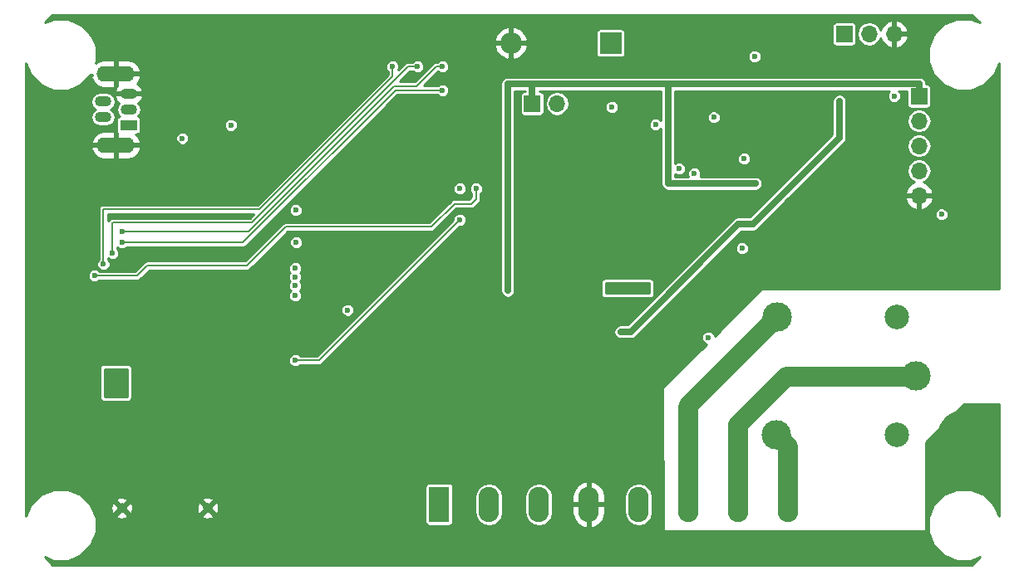
<source format=gbr>
G04 #@! TF.FileFunction,Copper,L3,Inr,Mixed*
%FSLAX46Y46*%
G04 Gerber Fmt 4.6, Leading zero omitted, Abs format (unit mm)*
G04 Created by KiCad (PCBNEW 4.0.7) date Monday, May 07, 2018 'PMt' 12:32:40 PM*
%MOMM*%
%LPD*%
G01*
G04 APERTURE LIST*
%ADD10C,0.100000*%
%ADD11C,0.600000*%
%ADD12C,5.400000*%
%ADD13C,2.500000*%
%ADD14C,3.000000*%
%ADD15R,2.080000X3.600000*%
%ADD16O,2.080000X3.600000*%
%ADD17C,0.970000*%
%ADD18R,1.700000X1.700000*%
%ADD19O,1.700000X1.700000*%
%ADD20R,2.200000X2.200000*%
%ADD21O,2.200000X2.200000*%
%ADD22R,1.700000X1.100000*%
%ADD23O,1.700000X1.100000*%
%ADD24O,3.900000X1.600000*%
%ADD25C,0.700000*%
%ADD26C,2.000000*%
%ADD27C,0.200000*%
%ADD28C,0.254000*%
G04 APERTURE END LIST*
D10*
D11*
X162735000Y-120745000D03*
X104950000Y-122650000D03*
D12*
X190790000Y-91850000D03*
D11*
X143050000Y-125190000D03*
X139240000Y-125190000D03*
X135430000Y-125190000D03*
X148765000Y-117570000D03*
X148765000Y-115284000D03*
X155496000Y-119094000D03*
X155575000Y-121285000D03*
X153035000Y-121285000D03*
X104902000Y-116332000D03*
X170053000Y-111252000D03*
X168529000Y-112776000D03*
X166878000Y-114427000D03*
X165227000Y-116078000D03*
X162735000Y-123285000D03*
X162735000Y-125825000D03*
X167815000Y-125825000D03*
X175260000Y-115697000D03*
X177800000Y-115697000D03*
X167815000Y-123285000D03*
X167815000Y-120745000D03*
X170355000Y-118205000D03*
X172720000Y-115697000D03*
X180340000Y-115697000D03*
X182880000Y-115697000D03*
D13*
X183954000Y-109616000D03*
D14*
X171754000Y-109616000D03*
X171704000Y-121666000D03*
D13*
X183954000Y-121616000D03*
D14*
X185904000Y-115666000D03*
D11*
X109790000Y-99350000D03*
X116790000Y-99350000D03*
X113290000Y-99350000D03*
X109790000Y-102850000D03*
X116790000Y-102850000D03*
X116790000Y-113350000D03*
X116790000Y-109850000D03*
X109790000Y-109850000D03*
X109790000Y-113350000D03*
X113290000Y-113350000D03*
X113290000Y-109850000D03*
X113290000Y-102850000D03*
X116790000Y-106350000D03*
X109790000Y-106350000D03*
X113290000Y-106350000D03*
X140335000Y-84455000D03*
X140335000Y-87630000D03*
X107490000Y-80740000D03*
X118920000Y-80740000D03*
X131445000Y-102235000D03*
X134620000Y-99060000D03*
X98600000Y-109950000D03*
X156845000Y-97155000D03*
X153035000Y-97155000D03*
X149860000Y-97155000D03*
X156845000Y-94615000D03*
X153035000Y-94615000D03*
X149860000Y-94615000D03*
X156845000Y-92075000D03*
X153035000Y-92075000D03*
X138430000Y-109220000D03*
X138430000Y-111125000D03*
X138430000Y-113030000D03*
X135255000Y-109220000D03*
X135255000Y-111125000D03*
X135255000Y-113030000D03*
X132080000Y-109220000D03*
X132080000Y-111125000D03*
X132080000Y-113030000D03*
X122730000Y-88360000D03*
X126540000Y-84550000D03*
X122730000Y-84550000D03*
X118920000Y-84550000D03*
X137160000Y-104775000D03*
X140335000Y-104775000D03*
X122555000Y-110490000D03*
X141780000Y-99790000D03*
X126540000Y-88360000D03*
X115110000Y-84550000D03*
X126540000Y-80740000D03*
X122730000Y-80740000D03*
X111300000Y-88360000D03*
X122730000Y-92170000D03*
X115110000Y-88360000D03*
X118920000Y-88360000D03*
X115110000Y-80740000D03*
X98600000Y-113760000D03*
X98600000Y-117570000D03*
X97330000Y-126460000D03*
X140335000Y-90805000D03*
X140335000Y-81280000D03*
X107490000Y-84550000D03*
X111300000Y-84550000D03*
X111300000Y-80740000D03*
X102410000Y-109950000D03*
X98600000Y-106140000D03*
X116290000Y-121850000D03*
X117650000Y-120110000D03*
X112570000Y-120110000D03*
X112570000Y-121380000D03*
X115110000Y-122650000D03*
X115110000Y-125190000D03*
X113665000Y-127635000D03*
X111300000Y-126460000D03*
X101140000Y-126460000D03*
X112570000Y-123920000D03*
X104950000Y-126460000D03*
X117650000Y-121380000D03*
X112570000Y-122650000D03*
X111300000Y-122650000D03*
X111300000Y-120110000D03*
X111300000Y-121380000D03*
X111300000Y-127730000D03*
X108760000Y-127730000D03*
X108760000Y-126460000D03*
X108760000Y-125190000D03*
X108760000Y-123920000D03*
X108760000Y-122650000D03*
X108760000Y-121380000D03*
X108760000Y-120110000D03*
X115110000Y-123920000D03*
X104902000Y-115189000D03*
X103886000Y-115189000D03*
X103886000Y-116332000D03*
X104902000Y-117475000D03*
X103886000Y-117475000D03*
X157226000Y-106680000D03*
X155956000Y-106680000D03*
X102410000Y-95980000D03*
X98600000Y-95980000D03*
X105346500Y-132207000D03*
D15*
X137335000Y-128746000D03*
D16*
X142415000Y-128746000D03*
X147495000Y-128746000D03*
X152575000Y-128746000D03*
X157655000Y-128746000D03*
X162735000Y-128746000D03*
X167815000Y-128746000D03*
X172895000Y-128746000D03*
D17*
X105015000Y-129116000D03*
X113775000Y-129116000D03*
D18*
X146812000Y-87852000D03*
D19*
X149352000Y-87852000D03*
D18*
X178610000Y-80740000D03*
D19*
X181150000Y-80740000D03*
X183690000Y-80740000D03*
D18*
X186230000Y-87090000D03*
D19*
X186230000Y-89630000D03*
X186230000Y-92170000D03*
X186230000Y-94710000D03*
X186230000Y-97250000D03*
D11*
X149860000Y-92075000D03*
X176530000Y-102870000D03*
X176530000Y-100838000D03*
X176530000Y-104902000D03*
X174752000Y-100838000D03*
X174752000Y-102870000D03*
X174752000Y-104902000D03*
X178308000Y-100838000D03*
X178308000Y-102870000D03*
X178308000Y-104902000D03*
D20*
X154813000Y-81661000D03*
D21*
X144653000Y-81661000D03*
D22*
X105712000Y-90036000D03*
D23*
X103112000Y-89236000D03*
X105712000Y-88436000D03*
X103112000Y-87636000D03*
X105712000Y-86836000D03*
D24*
X104412000Y-92086000D03*
X104412000Y-84786000D03*
D12*
X98790000Y-121850000D03*
X190790000Y-121850000D03*
X190790000Y-91850000D03*
X98790000Y-91850000D03*
D11*
X172895000Y-125825000D03*
X172895000Y-123285000D03*
X165318000Y-89245000D03*
X155845000Y-111125000D03*
X178102000Y-87598000D03*
X144320000Y-106902000D03*
X169545000Y-96012000D03*
X160655000Y-96012000D03*
X160655000Y-87249000D03*
X166370000Y-85852000D03*
X128016000Y-108902500D03*
X158369000Y-106680000D03*
X154686000Y-106680000D03*
X122785598Y-102002193D03*
X122728574Y-98717709D03*
X164765935Y-111720054D03*
X139446000Y-96520000D03*
X168402000Y-93472000D03*
X163322179Y-94995912D03*
X161800167Y-94488574D03*
X154940000Y-88198000D03*
X139446000Y-99695000D03*
X122682000Y-114046000D03*
X116139462Y-90033893D03*
X111188500Y-91376500D03*
X188513904Y-99152047D03*
X159384145Y-89981173D03*
X183690000Y-87090000D03*
X168198332Y-102607742D03*
X103147177Y-104220949D03*
X132588000Y-84074000D03*
X104065717Y-103119878D03*
X135128000Y-84074000D03*
X105039551Y-102015949D03*
X137668000Y-86487000D03*
X105045494Y-100931574D03*
X137668000Y-84074000D03*
X102235000Y-105410000D03*
X141097000Y-96520000D03*
X122682000Y-107442000D03*
X122682000Y-106426000D03*
X122682000Y-105537000D03*
X122682000Y-104648000D03*
X169468369Y-83029114D03*
D25*
X155845000Y-111125000D02*
X156832744Y-111125000D01*
X156832744Y-111125000D02*
X167830600Y-100127144D01*
X178102000Y-91300366D02*
X178102000Y-88022264D01*
X167830600Y-100127144D02*
X169275222Y-100127144D01*
X169275222Y-100127144D02*
X178102000Y-91300366D01*
X178102000Y-88022264D02*
X178102000Y-87598000D01*
X160655000Y-85848999D02*
X186230000Y-85848999D01*
X186230000Y-85848999D02*
X186230000Y-87090000D01*
X144320000Y-85848999D02*
X146860000Y-85848999D01*
X146860000Y-85848999D02*
X149654000Y-85848999D01*
X146812000Y-87852000D02*
X146812000Y-85896999D01*
X146812000Y-85896999D02*
X146860000Y-85848999D01*
X144320000Y-106902000D02*
X144320000Y-85848999D01*
X160655000Y-85848999D02*
X149654000Y-85848999D01*
X149654000Y-85848999D02*
X148212001Y-85848999D01*
X160655000Y-96012000D02*
X169545000Y-96012000D01*
X160655000Y-87249000D02*
X160655000Y-96012000D01*
X160655000Y-87249000D02*
X160655000Y-85848999D01*
D26*
X162735000Y-123285000D02*
X162735000Y-118840000D01*
X162735000Y-125825000D02*
X162735000Y-123285000D01*
X162735000Y-128746000D02*
X162735000Y-125825000D01*
X162790000Y-118580000D02*
X171754000Y-109616000D01*
X162790000Y-118580000D02*
X171754000Y-109616000D01*
X172895000Y-123285000D02*
X172895000Y-122857000D01*
X172895000Y-122857000D02*
X171704000Y-121666000D01*
X172895000Y-125825000D02*
X172895000Y-123285000D01*
X172895000Y-128746000D02*
X172895000Y-125825000D01*
X172720000Y-115697000D02*
X185873000Y-115697000D01*
X185873000Y-115697000D02*
X185904000Y-115666000D01*
X167815000Y-123285000D02*
X167815000Y-120602000D01*
X167815000Y-120602000D02*
X172720000Y-115697000D01*
X167815000Y-125825000D02*
X167815000Y-123285000D01*
X167815000Y-128746000D02*
X167815000Y-125825000D01*
D27*
X139446000Y-99695000D02*
X125095000Y-114046000D01*
X125095000Y-114046000D02*
X122682000Y-114046000D01*
X132588000Y-84074000D02*
X132588000Y-85102563D01*
X132588000Y-85102563D02*
X119057599Y-98632964D01*
X119057599Y-98632964D02*
X103147177Y-98632964D01*
X103147177Y-98632964D02*
X103147177Y-103796685D01*
X103147177Y-103796685D02*
X103147177Y-104220949D01*
X104065717Y-100024281D02*
X104065717Y-102695614D01*
X104098539Y-99991459D02*
X104065717Y-100024281D01*
X134182685Y-84074000D02*
X118265226Y-99991459D01*
X135128000Y-84074000D02*
X134182685Y-84074000D01*
X104065717Y-102695614D02*
X104065717Y-103119878D01*
X118265226Y-99991459D02*
X104098539Y-99991459D01*
X117372136Y-102015949D02*
X105463815Y-102015949D01*
X105463815Y-102015949D02*
X105039551Y-102015949D01*
X137668000Y-86487000D02*
X132901085Y-86487000D01*
X132901085Y-86487000D02*
X117372136Y-102015949D01*
X137668000Y-84074000D02*
X137031006Y-84074000D01*
X137031006Y-84074000D02*
X135018017Y-86086989D01*
X135018017Y-86086989D02*
X132735396Y-86086989D01*
X132735396Y-86086989D02*
X117890811Y-100931574D01*
X117890811Y-100931574D02*
X105469758Y-100931574D01*
X105469758Y-100931574D02*
X105045494Y-100931574D01*
X102235000Y-105410000D02*
X106561415Y-105410000D01*
X106561415Y-105410000D02*
X107615228Y-104356187D01*
X141097000Y-97558514D02*
X141097000Y-96520000D01*
X107615228Y-104356187D02*
X117782813Y-104356187D01*
X121714000Y-100425000D02*
X136533807Y-100425000D01*
X117782813Y-104356187D02*
X121714000Y-100425000D01*
X136533807Y-100425000D02*
X138888953Y-98069854D01*
X138888953Y-98069854D02*
X140585660Y-98069854D01*
X140585660Y-98069854D02*
X141097000Y-97558514D01*
D28*
G36*
X105537000Y-117729000D02*
X103251000Y-117729000D01*
X103251000Y-114935000D01*
X105537000Y-114935000D01*
X105537000Y-117729000D01*
X105537000Y-117729000D01*
G37*
X105537000Y-117729000D02*
X103251000Y-117729000D01*
X103251000Y-114935000D01*
X105537000Y-114935000D01*
X105537000Y-117729000D01*
G36*
X158750000Y-107188000D02*
X154305000Y-107188000D01*
X154305000Y-106172000D01*
X158750000Y-106172000D01*
X158750000Y-107188000D01*
X158750000Y-107188000D01*
G37*
X158750000Y-107188000D02*
X154305000Y-107188000D01*
X154305000Y-106172000D01*
X158750000Y-106172000D01*
X158750000Y-107188000D01*
G36*
X192429783Y-79599309D02*
X191515419Y-79219632D01*
X190070918Y-79218372D01*
X188735891Y-79769994D01*
X187713583Y-80790519D01*
X187159632Y-82124581D01*
X187158372Y-83569082D01*
X187709994Y-84904109D01*
X188730519Y-85926417D01*
X190064581Y-86480368D01*
X191509082Y-86481628D01*
X192844109Y-85930006D01*
X193866417Y-84909481D01*
X194359000Y-83723210D01*
X194359000Y-106723000D01*
X170290000Y-106723000D01*
X170240590Y-106733006D01*
X170200242Y-106760153D01*
X165424663Y-111531001D01*
X165343596Y-111334802D01*
X165152194Y-111143067D01*
X164901989Y-111039172D01*
X164631070Y-111038936D01*
X164380683Y-111142393D01*
X164188948Y-111333795D01*
X164085053Y-111584000D01*
X164084817Y-111854919D01*
X164188274Y-112105306D01*
X164379676Y-112297041D01*
X164576185Y-112378639D01*
X160105242Y-116845153D01*
X160077358Y-116887153D01*
X160068003Y-116935837D01*
X160163003Y-131350837D01*
X160173334Y-131400180D01*
X160202048Y-131441616D01*
X160244622Y-131468616D01*
X160290000Y-131477000D01*
X186790000Y-131477000D01*
X186839410Y-131466994D01*
X186881035Y-131438553D01*
X186908315Y-131396159D01*
X186917000Y-131350000D01*
X186917000Y-122402606D01*
X190842606Y-118477000D01*
X194359000Y-118477000D01*
X194359000Y-129979347D01*
X193870006Y-128795891D01*
X192849481Y-127773583D01*
X191515419Y-127219632D01*
X190070918Y-127218372D01*
X188735891Y-127769994D01*
X187713583Y-128790519D01*
X187159632Y-130124581D01*
X187158372Y-131569082D01*
X187709994Y-132904109D01*
X188730519Y-133926417D01*
X190064581Y-134480368D01*
X191509082Y-134481628D01*
X192428912Y-134101562D01*
X191611474Y-134919000D01*
X97968526Y-134919000D01*
X97150217Y-134100691D01*
X98064581Y-134480368D01*
X99509082Y-134481628D01*
X100844109Y-133930006D01*
X101866417Y-132909481D01*
X102420368Y-131575419D01*
X102421628Y-130130918D01*
X102324232Y-129895200D01*
X104415405Y-129895200D01*
X104450692Y-130108768D01*
X104873564Y-130249149D01*
X105317968Y-130217018D01*
X105579308Y-130108768D01*
X105614595Y-129895200D01*
X113175405Y-129895200D01*
X113210692Y-130108768D01*
X113633564Y-130249149D01*
X114077968Y-130217018D01*
X114339308Y-130108768D01*
X114374595Y-129895200D01*
X113775000Y-129295605D01*
X113175405Y-129895200D01*
X105614595Y-129895200D01*
X105015000Y-129295605D01*
X104415405Y-129895200D01*
X102324232Y-129895200D01*
X101943833Y-128974564D01*
X103881851Y-128974564D01*
X103913982Y-129418968D01*
X104022232Y-129680308D01*
X104235800Y-129715595D01*
X104835395Y-129116000D01*
X105194605Y-129116000D01*
X105794200Y-129715595D01*
X106007768Y-129680308D01*
X106148149Y-129257436D01*
X106127697Y-128974564D01*
X112641851Y-128974564D01*
X112673982Y-129418968D01*
X112782232Y-129680308D01*
X112995800Y-129715595D01*
X113595395Y-129116000D01*
X113954605Y-129116000D01*
X114554200Y-129715595D01*
X114767768Y-129680308D01*
X114908149Y-129257436D01*
X114876018Y-128813032D01*
X114767768Y-128551692D01*
X114554200Y-128516405D01*
X113954605Y-129116000D01*
X113595395Y-129116000D01*
X112995800Y-128516405D01*
X112782232Y-128551692D01*
X112641851Y-128974564D01*
X106127697Y-128974564D01*
X106116018Y-128813032D01*
X106007768Y-128551692D01*
X105794200Y-128516405D01*
X105194605Y-129116000D01*
X104835395Y-129116000D01*
X104235800Y-128516405D01*
X104022232Y-128551692D01*
X103881851Y-128974564D01*
X101943833Y-128974564D01*
X101870006Y-128795891D01*
X101411716Y-128336800D01*
X104415405Y-128336800D01*
X105015000Y-128936395D01*
X105614595Y-128336800D01*
X113175405Y-128336800D01*
X113775000Y-128936395D01*
X114374595Y-128336800D01*
X114339308Y-128123232D01*
X113916436Y-127982851D01*
X113472032Y-128014982D01*
X113210692Y-128123232D01*
X113175405Y-128336800D01*
X105614595Y-128336800D01*
X105579308Y-128123232D01*
X105156436Y-127982851D01*
X104712032Y-128014982D01*
X104450692Y-128123232D01*
X104415405Y-128336800D01*
X101411716Y-128336800D01*
X100849481Y-127773583D01*
X99515419Y-127219632D01*
X98070918Y-127218372D01*
X96735891Y-127769994D01*
X95713583Y-128790519D01*
X95221000Y-129976790D01*
X95221000Y-126946000D01*
X135906536Y-126946000D01*
X135906536Y-130546000D01*
X135933103Y-130687190D01*
X136016546Y-130816865D01*
X136143866Y-130903859D01*
X136295000Y-130934464D01*
X138375000Y-130934464D01*
X138516190Y-130907897D01*
X138645865Y-130824454D01*
X138732859Y-130697134D01*
X138763464Y-130546000D01*
X138763464Y-127943272D01*
X140994000Y-127943272D01*
X140994000Y-129548728D01*
X141102167Y-130092521D01*
X141410201Y-130553527D01*
X141871207Y-130861561D01*
X142415000Y-130969728D01*
X142958793Y-130861561D01*
X143419799Y-130553527D01*
X143727833Y-130092521D01*
X143836000Y-129548728D01*
X143836000Y-127943272D01*
X146074000Y-127943272D01*
X146074000Y-129548728D01*
X146182167Y-130092521D01*
X146490201Y-130553527D01*
X146951207Y-130861561D01*
X147495000Y-130969728D01*
X148038793Y-130861561D01*
X148499799Y-130553527D01*
X148807833Y-130092521D01*
X148916000Y-129548728D01*
X148916000Y-128873000D01*
X150900000Y-128873000D01*
X150900000Y-129633000D01*
X151076103Y-130264327D01*
X151480399Y-130780206D01*
X152051338Y-131102099D01*
X152188290Y-131135748D01*
X152448000Y-131016922D01*
X152448000Y-128873000D01*
X152702000Y-128873000D01*
X152702000Y-131016922D01*
X152961710Y-131135748D01*
X153098662Y-131102099D01*
X153669601Y-130780206D01*
X154073897Y-130264327D01*
X154250000Y-129633000D01*
X154250000Y-128873000D01*
X152702000Y-128873000D01*
X152448000Y-128873000D01*
X150900000Y-128873000D01*
X148916000Y-128873000D01*
X148916000Y-127943272D01*
X148899238Y-127859000D01*
X150900000Y-127859000D01*
X150900000Y-128619000D01*
X152448000Y-128619000D01*
X152448000Y-126475078D01*
X152702000Y-126475078D01*
X152702000Y-128619000D01*
X154250000Y-128619000D01*
X154250000Y-127943272D01*
X156234000Y-127943272D01*
X156234000Y-129548728D01*
X156342167Y-130092521D01*
X156650201Y-130553527D01*
X157111207Y-130861561D01*
X157655000Y-130969728D01*
X158198793Y-130861561D01*
X158659799Y-130553527D01*
X158967833Y-130092521D01*
X159076000Y-129548728D01*
X159076000Y-127943272D01*
X158967833Y-127399479D01*
X158659799Y-126938473D01*
X158198793Y-126630439D01*
X157655000Y-126522272D01*
X157111207Y-126630439D01*
X156650201Y-126938473D01*
X156342167Y-127399479D01*
X156234000Y-127943272D01*
X154250000Y-127943272D01*
X154250000Y-127859000D01*
X154073897Y-127227673D01*
X153669601Y-126711794D01*
X153098662Y-126389901D01*
X152961710Y-126356252D01*
X152702000Y-126475078D01*
X152448000Y-126475078D01*
X152188290Y-126356252D01*
X152051338Y-126389901D01*
X151480399Y-126711794D01*
X151076103Y-127227673D01*
X150900000Y-127859000D01*
X148899238Y-127859000D01*
X148807833Y-127399479D01*
X148499799Y-126938473D01*
X148038793Y-126630439D01*
X147495000Y-126522272D01*
X146951207Y-126630439D01*
X146490201Y-126938473D01*
X146182167Y-127399479D01*
X146074000Y-127943272D01*
X143836000Y-127943272D01*
X143727833Y-127399479D01*
X143419799Y-126938473D01*
X142958793Y-126630439D01*
X142415000Y-126522272D01*
X141871207Y-126630439D01*
X141410201Y-126938473D01*
X141102167Y-127399479D01*
X140994000Y-127943272D01*
X138763464Y-127943272D01*
X138763464Y-126946000D01*
X138736897Y-126804810D01*
X138653454Y-126675135D01*
X138526134Y-126588141D01*
X138375000Y-126557536D01*
X136295000Y-126557536D01*
X136153810Y-126584103D01*
X136024135Y-126667546D01*
X135937141Y-126794866D01*
X135906536Y-126946000D01*
X95221000Y-126946000D01*
X95221000Y-114808000D01*
X102743000Y-114808000D01*
X102743000Y-117856000D01*
X102769056Y-117994477D01*
X102850896Y-118121660D01*
X102975770Y-118206983D01*
X103124000Y-118237000D01*
X105664000Y-118237000D01*
X105802477Y-118210944D01*
X105929660Y-118129104D01*
X106014983Y-118004230D01*
X106045000Y-117856000D01*
X106045000Y-114808000D01*
X106018944Y-114669523D01*
X105937104Y-114542340D01*
X105812230Y-114457017D01*
X105664000Y-114427000D01*
X103124000Y-114427000D01*
X102985523Y-114453056D01*
X102858340Y-114534896D01*
X102773017Y-114659770D01*
X102743000Y-114808000D01*
X95221000Y-114808000D01*
X95221000Y-114180865D01*
X122000882Y-114180865D01*
X122104339Y-114431252D01*
X122295741Y-114622987D01*
X122545946Y-114726882D01*
X122816865Y-114727118D01*
X123067252Y-114623661D01*
X123164081Y-114527000D01*
X125095000Y-114527000D01*
X125279071Y-114490386D01*
X125435118Y-114386118D01*
X128696236Y-111125000D01*
X155114000Y-111125000D01*
X155169644Y-111404742D01*
X155328105Y-111641895D01*
X155565258Y-111800356D01*
X155845000Y-111856000D01*
X156832744Y-111856000D01*
X157112486Y-111800356D01*
X157349639Y-111641895D01*
X166248927Y-102742607D01*
X167517214Y-102742607D01*
X167620671Y-102992994D01*
X167812073Y-103184729D01*
X168062278Y-103288624D01*
X168333197Y-103288860D01*
X168583584Y-103185403D01*
X168775319Y-102994001D01*
X168879214Y-102743796D01*
X168879450Y-102472877D01*
X168775993Y-102222490D01*
X168584591Y-102030755D01*
X168334386Y-101926860D01*
X168063467Y-101926624D01*
X167813080Y-102030081D01*
X167621345Y-102221483D01*
X167517450Y-102471688D01*
X167517214Y-102742607D01*
X166248927Y-102742607D01*
X168133390Y-100858144D01*
X169275222Y-100858144D01*
X169554964Y-100802500D01*
X169792117Y-100644039D01*
X171149244Y-99286912D01*
X187832786Y-99286912D01*
X187936243Y-99537299D01*
X188127645Y-99729034D01*
X188377850Y-99832929D01*
X188648769Y-99833165D01*
X188899156Y-99729708D01*
X189090891Y-99538306D01*
X189194786Y-99288101D01*
X189195022Y-99017182D01*
X189091565Y-98766795D01*
X188900163Y-98575060D01*
X188649958Y-98471165D01*
X188379039Y-98470929D01*
X188128652Y-98574386D01*
X187936917Y-98765788D01*
X187833022Y-99015993D01*
X187832786Y-99286912D01*
X171149244Y-99286912D01*
X172829266Y-97606890D01*
X184788524Y-97606890D01*
X184958355Y-98016924D01*
X185348642Y-98445183D01*
X185873108Y-98691486D01*
X186103000Y-98570819D01*
X186103000Y-97377000D01*
X186357000Y-97377000D01*
X186357000Y-98570819D01*
X186586892Y-98691486D01*
X187111358Y-98445183D01*
X187501645Y-98016924D01*
X187671476Y-97606890D01*
X187550155Y-97377000D01*
X186357000Y-97377000D01*
X186103000Y-97377000D01*
X184909845Y-97377000D01*
X184788524Y-97606890D01*
X172829266Y-97606890D01*
X173543046Y-96893110D01*
X184788524Y-96893110D01*
X184909845Y-97123000D01*
X186103000Y-97123000D01*
X186103000Y-97103000D01*
X186357000Y-97103000D01*
X186357000Y-97123000D01*
X187550155Y-97123000D01*
X187671476Y-96893110D01*
X187501645Y-96483076D01*
X187111358Y-96054817D01*
X186686053Y-95855083D01*
X186725200Y-95847296D01*
X187124565Y-95580448D01*
X187391413Y-95181083D01*
X187485117Y-94710000D01*
X187391413Y-94238917D01*
X187124565Y-93839552D01*
X186725200Y-93572704D01*
X186254117Y-93479000D01*
X186205883Y-93479000D01*
X185734800Y-93572704D01*
X185335435Y-93839552D01*
X185068587Y-94238917D01*
X184974883Y-94710000D01*
X185068587Y-95181083D01*
X185335435Y-95580448D01*
X185734800Y-95847296D01*
X185773947Y-95855083D01*
X185348642Y-96054817D01*
X184958355Y-96483076D01*
X184788524Y-96893110D01*
X173543046Y-96893110D01*
X178266156Y-92170000D01*
X184974883Y-92170000D01*
X185068587Y-92641083D01*
X185335435Y-93040448D01*
X185734800Y-93307296D01*
X186205883Y-93401000D01*
X186254117Y-93401000D01*
X186725200Y-93307296D01*
X187124565Y-93040448D01*
X187391413Y-92641083D01*
X187485117Y-92170000D01*
X187391413Y-91698917D01*
X187124565Y-91299552D01*
X186725200Y-91032704D01*
X186254117Y-90939000D01*
X186205883Y-90939000D01*
X185734800Y-91032704D01*
X185335435Y-91299552D01*
X185068587Y-91698917D01*
X184974883Y-92170000D01*
X178266156Y-92170000D01*
X178618895Y-91817261D01*
X178697970Y-91698917D01*
X178777356Y-91580108D01*
X178833000Y-91300366D01*
X178833000Y-89630000D01*
X184974883Y-89630000D01*
X185068587Y-90101083D01*
X185335435Y-90500448D01*
X185734800Y-90767296D01*
X186205883Y-90861000D01*
X186254117Y-90861000D01*
X186725200Y-90767296D01*
X187124565Y-90500448D01*
X187391413Y-90101083D01*
X187485117Y-89630000D01*
X187391413Y-89158917D01*
X187124565Y-88759552D01*
X186725200Y-88492704D01*
X186254117Y-88399000D01*
X186205883Y-88399000D01*
X185734800Y-88492704D01*
X185335435Y-88759552D01*
X185068587Y-89158917D01*
X184974883Y-89630000D01*
X178833000Y-89630000D01*
X178833000Y-87598000D01*
X178777356Y-87318258D01*
X178618895Y-87081105D01*
X178381742Y-86922644D01*
X178102000Y-86867000D01*
X177822258Y-86922644D01*
X177585105Y-87081105D01*
X177426644Y-87318258D01*
X177371000Y-87598000D01*
X177371000Y-90997576D01*
X168972432Y-99396144D01*
X167830600Y-99396144D01*
X167550858Y-99451788D01*
X167390485Y-99558946D01*
X167313705Y-99610249D01*
X156529954Y-110394000D01*
X155845000Y-110394000D01*
X155565258Y-110449644D01*
X155328105Y-110608105D01*
X155169644Y-110845258D01*
X155114000Y-111125000D01*
X128696236Y-111125000D01*
X139445236Y-100376000D01*
X139580865Y-100376118D01*
X139831252Y-100272661D01*
X140022987Y-100081259D01*
X140126882Y-99831054D01*
X140127118Y-99560135D01*
X140023661Y-99309748D01*
X139832259Y-99118013D01*
X139582054Y-99014118D01*
X139311135Y-99013882D01*
X139060748Y-99117339D01*
X138869013Y-99308741D01*
X138765118Y-99558946D01*
X138764999Y-99695765D01*
X124895764Y-113565000D01*
X123164079Y-113565000D01*
X123068259Y-113469013D01*
X122818054Y-113365118D01*
X122547135Y-113364882D01*
X122296748Y-113468339D01*
X122105013Y-113659741D01*
X122001118Y-113909946D01*
X122000882Y-114180865D01*
X95221000Y-114180865D01*
X95221000Y-109037365D01*
X127334882Y-109037365D01*
X127438339Y-109287752D01*
X127629741Y-109479487D01*
X127879946Y-109583382D01*
X128150865Y-109583618D01*
X128401252Y-109480161D01*
X128592987Y-109288759D01*
X128696882Y-109038554D01*
X128697118Y-108767635D01*
X128593661Y-108517248D01*
X128402259Y-108325513D01*
X128152054Y-108221618D01*
X127881135Y-108221382D01*
X127630748Y-108324839D01*
X127439013Y-108516241D01*
X127335118Y-108766446D01*
X127334882Y-109037365D01*
X95221000Y-109037365D01*
X95221000Y-105544865D01*
X101553882Y-105544865D01*
X101657339Y-105795252D01*
X101848741Y-105986987D01*
X102098946Y-106090882D01*
X102369865Y-106091118D01*
X102620252Y-105987661D01*
X102717081Y-105891000D01*
X106561415Y-105891000D01*
X106745486Y-105854386D01*
X106901533Y-105750118D01*
X107814465Y-104837187D01*
X117782813Y-104837187D01*
X117966884Y-104800573D01*
X117993385Y-104782865D01*
X122000882Y-104782865D01*
X122104339Y-105033252D01*
X122163420Y-105092436D01*
X122105013Y-105150741D01*
X122001118Y-105400946D01*
X122000882Y-105671865D01*
X122104339Y-105922252D01*
X122163420Y-105981436D01*
X122105013Y-106039741D01*
X122001118Y-106289946D01*
X122000882Y-106560865D01*
X122104339Y-106811252D01*
X122226920Y-106934046D01*
X122105013Y-107055741D01*
X122001118Y-107305946D01*
X122000882Y-107576865D01*
X122104339Y-107827252D01*
X122295741Y-108018987D01*
X122545946Y-108122882D01*
X122816865Y-108123118D01*
X123067252Y-108019661D01*
X123258987Y-107828259D01*
X123362882Y-107578054D01*
X123363118Y-107307135D01*
X123259661Y-107056748D01*
X123137080Y-106933954D01*
X123258987Y-106812259D01*
X123362882Y-106562054D01*
X123363118Y-106291135D01*
X123259661Y-106040748D01*
X123200580Y-105981564D01*
X123258987Y-105923259D01*
X123362882Y-105673054D01*
X123363118Y-105402135D01*
X123259661Y-105151748D01*
X123200580Y-105092564D01*
X123258987Y-105034259D01*
X123362882Y-104784054D01*
X123363118Y-104513135D01*
X123259661Y-104262748D01*
X123068259Y-104071013D01*
X122818054Y-103967118D01*
X122547135Y-103966882D01*
X122296748Y-104070339D01*
X122105013Y-104261741D01*
X122001118Y-104511946D01*
X122000882Y-104782865D01*
X117993385Y-104782865D01*
X118122931Y-104696305D01*
X120682178Y-102137058D01*
X122104480Y-102137058D01*
X122207937Y-102387445D01*
X122399339Y-102579180D01*
X122649544Y-102683075D01*
X122920463Y-102683311D01*
X123170850Y-102579854D01*
X123362585Y-102388452D01*
X123466480Y-102138247D01*
X123466716Y-101867328D01*
X123363259Y-101616941D01*
X123171857Y-101425206D01*
X122921652Y-101321311D01*
X122650733Y-101321075D01*
X122400346Y-101424532D01*
X122208611Y-101615934D01*
X122104716Y-101866139D01*
X122104480Y-102137058D01*
X120682178Y-102137058D01*
X121913236Y-100906000D01*
X136533807Y-100906000D01*
X136717878Y-100869386D01*
X136873925Y-100765118D01*
X139088190Y-98550854D01*
X140585660Y-98550854D01*
X140769731Y-98514240D01*
X140925778Y-98409972D01*
X141437118Y-97898632D01*
X141445703Y-97885783D01*
X141541386Y-97742585D01*
X141578000Y-97558514D01*
X141578000Y-97002079D01*
X141673987Y-96906259D01*
X141777882Y-96656054D01*
X141778118Y-96385135D01*
X141674661Y-96134748D01*
X141483259Y-95943013D01*
X141233054Y-95839118D01*
X140962135Y-95838882D01*
X140711748Y-95942339D01*
X140520013Y-96133741D01*
X140416118Y-96383946D01*
X140415882Y-96654865D01*
X140519339Y-96905252D01*
X140616000Y-97002081D01*
X140616000Y-97359278D01*
X140386424Y-97588854D01*
X138888953Y-97588854D01*
X138704882Y-97625468D01*
X138548834Y-97729736D01*
X136334571Y-99944000D01*
X121714000Y-99944000D01*
X121529929Y-99980614D01*
X121448359Y-100035118D01*
X121373882Y-100084882D01*
X117583577Y-103875187D01*
X107615228Y-103875187D01*
X107431157Y-103911801D01*
X107368654Y-103953565D01*
X107275110Y-104016068D01*
X106362179Y-104929000D01*
X102717079Y-104929000D01*
X102621259Y-104833013D01*
X102371054Y-104729118D01*
X102100135Y-104728882D01*
X101849748Y-104832339D01*
X101658013Y-105023741D01*
X101554118Y-105273946D01*
X101553882Y-105544865D01*
X95221000Y-105544865D01*
X95221000Y-104355814D01*
X102466059Y-104355814D01*
X102569516Y-104606201D01*
X102760918Y-104797936D01*
X103011123Y-104901831D01*
X103282042Y-104902067D01*
X103532429Y-104798610D01*
X103724164Y-104607208D01*
X103828059Y-104357003D01*
X103828295Y-104086084D01*
X103724838Y-103835697D01*
X103628177Y-103738868D01*
X103628177Y-103645495D01*
X103679458Y-103696865D01*
X103929663Y-103800760D01*
X104200582Y-103800996D01*
X104450969Y-103697539D01*
X104642704Y-103506137D01*
X104746599Y-103255932D01*
X104746835Y-102985013D01*
X104643378Y-102734626D01*
X104546717Y-102637797D01*
X104546717Y-102486176D01*
X104653292Y-102592936D01*
X104903497Y-102696831D01*
X105174416Y-102697067D01*
X105424803Y-102593610D01*
X105521632Y-102496949D01*
X117372136Y-102496949D01*
X117556207Y-102460335D01*
X117712254Y-102356067D01*
X121215747Y-98852574D01*
X122047456Y-98852574D01*
X122150913Y-99102961D01*
X122342315Y-99294696D01*
X122592520Y-99398591D01*
X122863439Y-99398827D01*
X123113826Y-99295370D01*
X123305561Y-99103968D01*
X123409456Y-98853763D01*
X123409692Y-98582844D01*
X123306235Y-98332457D01*
X123114833Y-98140722D01*
X122864628Y-98036827D01*
X122593709Y-98036591D01*
X122343322Y-98140048D01*
X122151587Y-98331450D01*
X122047692Y-98581655D01*
X122047456Y-98852574D01*
X121215747Y-98852574D01*
X123413456Y-96654865D01*
X138764882Y-96654865D01*
X138868339Y-96905252D01*
X139059741Y-97096987D01*
X139309946Y-97200882D01*
X139580865Y-97201118D01*
X139831252Y-97097661D01*
X140022987Y-96906259D01*
X140126882Y-96656054D01*
X140127118Y-96385135D01*
X140023661Y-96134748D01*
X139832259Y-95943013D01*
X139582054Y-95839118D01*
X139311135Y-95838882D01*
X139060748Y-95942339D01*
X138869013Y-96133741D01*
X138765118Y-96383946D01*
X138764882Y-96654865D01*
X123413456Y-96654865D01*
X133100322Y-86968000D01*
X137185921Y-86968000D01*
X137281741Y-87063987D01*
X137531946Y-87167882D01*
X137802865Y-87168118D01*
X138053252Y-87064661D01*
X138244987Y-86873259D01*
X138348882Y-86623054D01*
X138349118Y-86352135D01*
X138245661Y-86101748D01*
X138054259Y-85910013D01*
X137907323Y-85848999D01*
X143589000Y-85848999D01*
X143589000Y-106902000D01*
X143644644Y-107181742D01*
X143803105Y-107418895D01*
X144040258Y-107577356D01*
X144320000Y-107633000D01*
X144599742Y-107577356D01*
X144836895Y-107418895D01*
X144995356Y-107181742D01*
X145051000Y-106902000D01*
X145051000Y-106045000D01*
X153797000Y-106045000D01*
X153797000Y-107315000D01*
X153823056Y-107453477D01*
X153904896Y-107580660D01*
X154029770Y-107665983D01*
X154178000Y-107696000D01*
X158877000Y-107696000D01*
X159015477Y-107669944D01*
X159142660Y-107588104D01*
X159227983Y-107463230D01*
X159258000Y-107315000D01*
X159258000Y-106045000D01*
X159231944Y-105906523D01*
X159150104Y-105779340D01*
X159025230Y-105694017D01*
X158877000Y-105664000D01*
X154178000Y-105664000D01*
X154039523Y-105690056D01*
X153912340Y-105771896D01*
X153827017Y-105896770D01*
X153797000Y-106045000D01*
X145051000Y-106045000D01*
X145051000Y-86579999D01*
X146081000Y-86579999D01*
X146081000Y-86613536D01*
X145962000Y-86613536D01*
X145820810Y-86640103D01*
X145691135Y-86723546D01*
X145604141Y-86850866D01*
X145573536Y-87002000D01*
X145573536Y-88702000D01*
X145600103Y-88843190D01*
X145683546Y-88972865D01*
X145810866Y-89059859D01*
X145962000Y-89090464D01*
X147662000Y-89090464D01*
X147803190Y-89063897D01*
X147932865Y-88980454D01*
X148019859Y-88853134D01*
X148050464Y-88702000D01*
X148050464Y-87827883D01*
X148121000Y-87827883D01*
X148121000Y-87876117D01*
X148214704Y-88347200D01*
X148481552Y-88746565D01*
X148880917Y-89013413D01*
X149352000Y-89107117D01*
X149823083Y-89013413D01*
X150222448Y-88746565D01*
X150489296Y-88347200D01*
X150492147Y-88332865D01*
X154258882Y-88332865D01*
X154362339Y-88583252D01*
X154553741Y-88774987D01*
X154803946Y-88878882D01*
X155074865Y-88879118D01*
X155325252Y-88775661D01*
X155516987Y-88584259D01*
X155620882Y-88334054D01*
X155621118Y-88063135D01*
X155517661Y-87812748D01*
X155326259Y-87621013D01*
X155076054Y-87517118D01*
X154805135Y-87516882D01*
X154554748Y-87620339D01*
X154363013Y-87811741D01*
X154259118Y-88061946D01*
X154258882Y-88332865D01*
X150492147Y-88332865D01*
X150583000Y-87876117D01*
X150583000Y-87827883D01*
X150489296Y-87356800D01*
X150222448Y-86957435D01*
X149823083Y-86690587D01*
X149352000Y-86596883D01*
X148880917Y-86690587D01*
X148481552Y-86957435D01*
X148214704Y-87356800D01*
X148121000Y-87827883D01*
X148050464Y-87827883D01*
X148050464Y-87002000D01*
X148023897Y-86860810D01*
X147940454Y-86731135D01*
X147813134Y-86644141D01*
X147662000Y-86613536D01*
X147543000Y-86613536D01*
X147543000Y-86579999D01*
X159924000Y-86579999D01*
X159924000Y-89558049D01*
X159770404Y-89404186D01*
X159520199Y-89300291D01*
X159249280Y-89300055D01*
X158998893Y-89403512D01*
X158807158Y-89594914D01*
X158703263Y-89845119D01*
X158703027Y-90116038D01*
X158806484Y-90366425D01*
X158997886Y-90558160D01*
X159248091Y-90662055D01*
X159519010Y-90662291D01*
X159769397Y-90558834D01*
X159924000Y-90404500D01*
X159924000Y-96012000D01*
X159979644Y-96291742D01*
X160138105Y-96528895D01*
X160375258Y-96687356D01*
X160655000Y-96743000D01*
X169545000Y-96743000D01*
X169824742Y-96687356D01*
X170061895Y-96528895D01*
X170220356Y-96291742D01*
X170276000Y-96012000D01*
X170220356Y-95732258D01*
X170061895Y-95495105D01*
X169824742Y-95336644D01*
X169545000Y-95281000D01*
X163941176Y-95281000D01*
X164003061Y-95131966D01*
X164003297Y-94861047D01*
X163899840Y-94610660D01*
X163708438Y-94418925D01*
X163458233Y-94315030D01*
X163187314Y-94314794D01*
X162936927Y-94418251D01*
X162745192Y-94609653D01*
X162641297Y-94859858D01*
X162641061Y-95130777D01*
X162703131Y-95281000D01*
X161386000Y-95281000D01*
X161386000Y-95037604D01*
X161413908Y-95065561D01*
X161664113Y-95169456D01*
X161935032Y-95169692D01*
X162185419Y-95066235D01*
X162377154Y-94874833D01*
X162481049Y-94624628D01*
X162481285Y-94353709D01*
X162377828Y-94103322D01*
X162186426Y-93911587D01*
X161936221Y-93807692D01*
X161665302Y-93807456D01*
X161414915Y-93910913D01*
X161386000Y-93939778D01*
X161386000Y-93606865D01*
X167720882Y-93606865D01*
X167824339Y-93857252D01*
X168015741Y-94048987D01*
X168265946Y-94152882D01*
X168536865Y-94153118D01*
X168787252Y-94049661D01*
X168978987Y-93858259D01*
X169082882Y-93608054D01*
X169083118Y-93337135D01*
X168979661Y-93086748D01*
X168788259Y-92895013D01*
X168538054Y-92791118D01*
X168267135Y-92790882D01*
X168016748Y-92894339D01*
X167825013Y-93085741D01*
X167721118Y-93335946D01*
X167720882Y-93606865D01*
X161386000Y-93606865D01*
X161386000Y-89379865D01*
X164636882Y-89379865D01*
X164740339Y-89630252D01*
X164931741Y-89821987D01*
X165181946Y-89925882D01*
X165452865Y-89926118D01*
X165703252Y-89822661D01*
X165894987Y-89631259D01*
X165998882Y-89381054D01*
X165999118Y-89110135D01*
X165895661Y-88859748D01*
X165704259Y-88668013D01*
X165454054Y-88564118D01*
X165183135Y-88563882D01*
X164932748Y-88667339D01*
X164741013Y-88858741D01*
X164637118Y-89108946D01*
X164636882Y-89379865D01*
X161386000Y-89379865D01*
X161386000Y-86579999D01*
X183236970Y-86579999D01*
X183113013Y-86703741D01*
X183009118Y-86953946D01*
X183008882Y-87224865D01*
X183112339Y-87475252D01*
X183303741Y-87666987D01*
X183553946Y-87770882D01*
X183824865Y-87771118D01*
X184075252Y-87667661D01*
X184266987Y-87476259D01*
X184370882Y-87226054D01*
X184371118Y-86955135D01*
X184267661Y-86704748D01*
X184143129Y-86579999D01*
X184991536Y-86579999D01*
X184991536Y-87940000D01*
X185018103Y-88081190D01*
X185101546Y-88210865D01*
X185228866Y-88297859D01*
X185380000Y-88328464D01*
X187080000Y-88328464D01*
X187221190Y-88301897D01*
X187350865Y-88218454D01*
X187437859Y-88091134D01*
X187468464Y-87940000D01*
X187468464Y-86240000D01*
X187441897Y-86098810D01*
X187358454Y-85969135D01*
X187231134Y-85882141D01*
X187080000Y-85851536D01*
X186961000Y-85851536D01*
X186961000Y-85848999D01*
X186905356Y-85569257D01*
X186746895Y-85332104D01*
X186509742Y-85173643D01*
X186230000Y-85117999D01*
X144320000Y-85117999D01*
X144040258Y-85173643D01*
X143803105Y-85332104D01*
X143644644Y-85569257D01*
X143589000Y-85848999D01*
X137907323Y-85848999D01*
X137804054Y-85806118D01*
X137533135Y-85805882D01*
X137282748Y-85909339D01*
X137185919Y-86006000D01*
X135779242Y-86006000D01*
X137208063Y-84577180D01*
X137281741Y-84650987D01*
X137531946Y-84754882D01*
X137802865Y-84755118D01*
X138053252Y-84651661D01*
X138244987Y-84460259D01*
X138348882Y-84210054D01*
X138349118Y-83939135D01*
X138245661Y-83688748D01*
X138054259Y-83497013D01*
X137804054Y-83393118D01*
X137533135Y-83392882D01*
X137282748Y-83496339D01*
X137185919Y-83593000D01*
X137031006Y-83593000D01*
X136846935Y-83629614D01*
X136690887Y-83733882D01*
X134818781Y-85605989D01*
X133330933Y-85605989D01*
X134381922Y-84555000D01*
X134645921Y-84555000D01*
X134741741Y-84650987D01*
X134991946Y-84754882D01*
X135262865Y-84755118D01*
X135513252Y-84651661D01*
X135704987Y-84460259D01*
X135808882Y-84210054D01*
X135809118Y-83939135D01*
X135705661Y-83688748D01*
X135514259Y-83497013D01*
X135264054Y-83393118D01*
X134993135Y-83392882D01*
X134742748Y-83496339D01*
X134645919Y-83593000D01*
X134182685Y-83593000D01*
X133998614Y-83629614D01*
X133842566Y-83733882D01*
X133199639Y-84376810D01*
X133268882Y-84210054D01*
X133269118Y-83939135D01*
X133165661Y-83688748D01*
X132974259Y-83497013D01*
X132724054Y-83393118D01*
X132453135Y-83392882D01*
X132202748Y-83496339D01*
X132011013Y-83687741D01*
X131907118Y-83937946D01*
X131906882Y-84208865D01*
X132010339Y-84459252D01*
X132107000Y-84556081D01*
X132107000Y-84903326D01*
X118858363Y-98151964D01*
X103147177Y-98151964D01*
X102963106Y-98188578D01*
X102807059Y-98292846D01*
X102702791Y-98448893D01*
X102666177Y-98632964D01*
X102666177Y-103738870D01*
X102570190Y-103834690D01*
X102466295Y-104084895D01*
X102466059Y-104355814D01*
X95221000Y-104355814D01*
X95221000Y-92435039D01*
X101870096Y-92435039D01*
X101887633Y-92517819D01*
X102157500Y-93010896D01*
X102595517Y-93363166D01*
X103135000Y-93521000D01*
X104285000Y-93521000D01*
X104285000Y-92213000D01*
X104539000Y-92213000D01*
X104539000Y-93521000D01*
X105689000Y-93521000D01*
X106228483Y-93363166D01*
X106666500Y-93010896D01*
X106936367Y-92517819D01*
X106953904Y-92435039D01*
X106831915Y-92213000D01*
X104539000Y-92213000D01*
X104285000Y-92213000D01*
X101992085Y-92213000D01*
X101870096Y-92435039D01*
X95221000Y-92435039D01*
X95221000Y-91736961D01*
X101870096Y-91736961D01*
X101992085Y-91959000D01*
X104285000Y-91959000D01*
X104285000Y-90651000D01*
X103135000Y-90651000D01*
X102595517Y-90808834D01*
X102157500Y-91161104D01*
X101887633Y-91654181D01*
X101870096Y-91736961D01*
X95221000Y-91736961D01*
X95221000Y-87636000D01*
X101856883Y-87636000D01*
X101927751Y-87992278D01*
X102129567Y-88294316D01*
X102341611Y-88436000D01*
X102129567Y-88577684D01*
X101927751Y-88879722D01*
X101856883Y-89236000D01*
X101927751Y-89592278D01*
X102129567Y-89894316D01*
X102431605Y-90096132D01*
X102787883Y-90167000D01*
X103436117Y-90167000D01*
X103792395Y-90096132D01*
X104094433Y-89894316D01*
X104296249Y-89592278D01*
X104367117Y-89236000D01*
X104296249Y-88879722D01*
X104094433Y-88577684D01*
X103882389Y-88436000D01*
X104094433Y-88294316D01*
X104296249Y-87992278D01*
X104367117Y-87636000D01*
X104296249Y-87279722D01*
X104206728Y-87145744D01*
X104268197Y-87145744D01*
X104268602Y-87172146D01*
X104484276Y-87584118D01*
X104724725Y-87784931D01*
X104527751Y-88079722D01*
X104456883Y-88436000D01*
X104527751Y-88792278D01*
X104729567Y-89094316D01*
X104762427Y-89116272D01*
X104720810Y-89124103D01*
X104591135Y-89207546D01*
X104504141Y-89334866D01*
X104473536Y-89486000D01*
X104473536Y-90586000D01*
X104500103Y-90727190D01*
X104539000Y-90787638D01*
X104539000Y-91959000D01*
X106831915Y-91959000D01*
X106953904Y-91736961D01*
X106936367Y-91654181D01*
X106858203Y-91511365D01*
X110507382Y-91511365D01*
X110610839Y-91761752D01*
X110802241Y-91953487D01*
X111052446Y-92057382D01*
X111323365Y-92057618D01*
X111573752Y-91954161D01*
X111765487Y-91762759D01*
X111869382Y-91512554D01*
X111869618Y-91241635D01*
X111766161Y-90991248D01*
X111574759Y-90799513D01*
X111324554Y-90695618D01*
X111053635Y-90695382D01*
X110803248Y-90798839D01*
X110611513Y-90990241D01*
X110507618Y-91240446D01*
X110507382Y-91511365D01*
X106858203Y-91511365D01*
X106666500Y-91161104D01*
X106434429Y-90974464D01*
X106562000Y-90974464D01*
X106703190Y-90947897D01*
X106832865Y-90864454D01*
X106919859Y-90737134D01*
X106950464Y-90586000D01*
X106950464Y-90168758D01*
X115458344Y-90168758D01*
X115561801Y-90419145D01*
X115753203Y-90610880D01*
X116003408Y-90714775D01*
X116274327Y-90715011D01*
X116524714Y-90611554D01*
X116716449Y-90420152D01*
X116820344Y-90169947D01*
X116820580Y-89899028D01*
X116717123Y-89648641D01*
X116525721Y-89456906D01*
X116275516Y-89353011D01*
X116004597Y-89352775D01*
X115754210Y-89456232D01*
X115562475Y-89647634D01*
X115458580Y-89897839D01*
X115458344Y-90168758D01*
X106950464Y-90168758D01*
X106950464Y-89486000D01*
X106923897Y-89344810D01*
X106840454Y-89215135D01*
X106713134Y-89128141D01*
X106659934Y-89117368D01*
X106694433Y-89094316D01*
X106896249Y-88792278D01*
X106967117Y-88436000D01*
X106896249Y-88079722D01*
X106699275Y-87784931D01*
X106939724Y-87584118D01*
X107155398Y-87172146D01*
X107155803Y-87145744D01*
X107030361Y-86963000D01*
X105839000Y-86963000D01*
X105839000Y-86983000D01*
X105585000Y-86983000D01*
X105585000Y-86963000D01*
X104393639Y-86963000D01*
X104268197Y-87145744D01*
X104206728Y-87145744D01*
X104094433Y-86977684D01*
X103792395Y-86775868D01*
X103436117Y-86705000D01*
X102787883Y-86705000D01*
X102431605Y-86775868D01*
X102129567Y-86977684D01*
X101927751Y-87279722D01*
X101856883Y-87636000D01*
X95221000Y-87636000D01*
X95221000Y-86526256D01*
X104268197Y-86526256D01*
X104393639Y-86709000D01*
X105585000Y-86709000D01*
X105585000Y-86689000D01*
X105839000Y-86689000D01*
X105839000Y-86709000D01*
X107030361Y-86709000D01*
X107155803Y-86526256D01*
X107155398Y-86499854D01*
X106939724Y-86087882D01*
X106582813Y-85789804D01*
X106572425Y-85786555D01*
X106666500Y-85710896D01*
X106936367Y-85217819D01*
X106953904Y-85135039D01*
X106831915Y-84913000D01*
X104539000Y-84913000D01*
X104539000Y-86042179D01*
X104484276Y-86087882D01*
X104268602Y-86499854D01*
X104268197Y-86526256D01*
X95221000Y-86526256D01*
X95221000Y-83720653D01*
X95709994Y-84904109D01*
X96730519Y-85926417D01*
X98064581Y-86480368D01*
X99509082Y-86481628D01*
X100844109Y-85930006D01*
X101862890Y-84913002D01*
X101992084Y-84913002D01*
X101870096Y-85135039D01*
X101887633Y-85217819D01*
X102157500Y-85710896D01*
X102595517Y-86063166D01*
X103135000Y-86221000D01*
X104285000Y-86221000D01*
X104285000Y-84913000D01*
X104265000Y-84913000D01*
X104265000Y-84659000D01*
X104285000Y-84659000D01*
X104285000Y-83351000D01*
X104539000Y-83351000D01*
X104539000Y-84659000D01*
X106831915Y-84659000D01*
X106953904Y-84436961D01*
X106936367Y-84354181D01*
X106666500Y-83861104D01*
X106228483Y-83508834D01*
X105689000Y-83351000D01*
X104539000Y-83351000D01*
X104285000Y-83351000D01*
X103135000Y-83351000D01*
X102595517Y-83508834D01*
X102374062Y-83686937D01*
X102420368Y-83575419D01*
X102421628Y-82130918D01*
X102391137Y-82057122D01*
X142963825Y-82057122D01*
X143178466Y-82575332D01*
X143640608Y-83070012D01*
X144256877Y-83350183D01*
X144526000Y-83232604D01*
X144526000Y-81788000D01*
X144780000Y-81788000D01*
X144780000Y-83232604D01*
X145049123Y-83350183D01*
X145458700Y-83163979D01*
X168787251Y-83163979D01*
X168890708Y-83414366D01*
X169082110Y-83606101D01*
X169332315Y-83709996D01*
X169603234Y-83710232D01*
X169853621Y-83606775D01*
X170045356Y-83415373D01*
X170149251Y-83165168D01*
X170149487Y-82894249D01*
X170046030Y-82643862D01*
X169854628Y-82452127D01*
X169604423Y-82348232D01*
X169333504Y-82347996D01*
X169083117Y-82451453D01*
X168891382Y-82642855D01*
X168787487Y-82893060D01*
X168787251Y-83163979D01*
X145458700Y-83163979D01*
X145665392Y-83070012D01*
X146127534Y-82575332D01*
X146342175Y-82057122D01*
X146224125Y-81788000D01*
X144780000Y-81788000D01*
X144526000Y-81788000D01*
X143081875Y-81788000D01*
X142963825Y-82057122D01*
X102391137Y-82057122D01*
X102063788Y-81264878D01*
X142963825Y-81264878D01*
X143081875Y-81534000D01*
X144526000Y-81534000D01*
X144526000Y-80089396D01*
X144780000Y-80089396D01*
X144780000Y-81534000D01*
X146224125Y-81534000D01*
X146342175Y-81264878D01*
X146127534Y-80746668D01*
X145954079Y-80561000D01*
X153324536Y-80561000D01*
X153324536Y-82761000D01*
X153351103Y-82902190D01*
X153434546Y-83031865D01*
X153561866Y-83118859D01*
X153713000Y-83149464D01*
X155913000Y-83149464D01*
X156054190Y-83122897D01*
X156183865Y-83039454D01*
X156270859Y-82912134D01*
X156301464Y-82761000D01*
X156301464Y-80561000D01*
X156274897Y-80419810D01*
X156191454Y-80290135D01*
X156064134Y-80203141D01*
X155913000Y-80172536D01*
X153713000Y-80172536D01*
X153571810Y-80199103D01*
X153442135Y-80282546D01*
X153355141Y-80409866D01*
X153324536Y-80561000D01*
X145954079Y-80561000D01*
X145665392Y-80251988D01*
X145049123Y-79971817D01*
X144780000Y-80089396D01*
X144526000Y-80089396D01*
X144256877Y-79971817D01*
X143640608Y-80251988D01*
X143178466Y-80746668D01*
X142963825Y-81264878D01*
X102063788Y-81264878D01*
X101870006Y-80795891D01*
X100965695Y-79890000D01*
X177371536Y-79890000D01*
X177371536Y-81590000D01*
X177398103Y-81731190D01*
X177481546Y-81860865D01*
X177608866Y-81947859D01*
X177760000Y-81978464D01*
X179460000Y-81978464D01*
X179601190Y-81951897D01*
X179730865Y-81868454D01*
X179817859Y-81741134D01*
X179848464Y-81590000D01*
X179848464Y-80715883D01*
X179919000Y-80715883D01*
X179919000Y-80764117D01*
X180012704Y-81235200D01*
X180279552Y-81634565D01*
X180678917Y-81901413D01*
X181150000Y-81995117D01*
X181621083Y-81901413D01*
X182020448Y-81634565D01*
X182287296Y-81235200D01*
X182295083Y-81196053D01*
X182494817Y-81621358D01*
X182923076Y-82011645D01*
X183333110Y-82181476D01*
X183563000Y-82060155D01*
X183563000Y-80867000D01*
X183817000Y-80867000D01*
X183817000Y-82060155D01*
X184046890Y-82181476D01*
X184456924Y-82011645D01*
X184885183Y-81621358D01*
X185131486Y-81096892D01*
X185010819Y-80867000D01*
X183817000Y-80867000D01*
X183563000Y-80867000D01*
X183543000Y-80867000D01*
X183543000Y-80613000D01*
X183563000Y-80613000D01*
X183563000Y-79419845D01*
X183817000Y-79419845D01*
X183817000Y-80613000D01*
X185010819Y-80613000D01*
X185131486Y-80383108D01*
X184885183Y-79858642D01*
X184456924Y-79468355D01*
X184046890Y-79298524D01*
X183817000Y-79419845D01*
X183563000Y-79419845D01*
X183333110Y-79298524D01*
X182923076Y-79468355D01*
X182494817Y-79858642D01*
X182295083Y-80283947D01*
X182287296Y-80244800D01*
X182020448Y-79845435D01*
X181621083Y-79578587D01*
X181150000Y-79484883D01*
X180678917Y-79578587D01*
X180279552Y-79845435D01*
X180012704Y-80244800D01*
X179919000Y-80715883D01*
X179848464Y-80715883D01*
X179848464Y-79890000D01*
X179821897Y-79748810D01*
X179738454Y-79619135D01*
X179611134Y-79532141D01*
X179460000Y-79501536D01*
X177760000Y-79501536D01*
X177618810Y-79528103D01*
X177489135Y-79611546D01*
X177402141Y-79738866D01*
X177371536Y-79890000D01*
X100965695Y-79890000D01*
X100849481Y-79773583D01*
X99515419Y-79219632D01*
X98070918Y-79218372D01*
X97151088Y-79598438D01*
X97968526Y-78781000D01*
X191611474Y-78781000D01*
X192429783Y-79599309D01*
X192429783Y-79599309D01*
G37*
X192429783Y-79599309D02*
X191515419Y-79219632D01*
X190070918Y-79218372D01*
X188735891Y-79769994D01*
X187713583Y-80790519D01*
X187159632Y-82124581D01*
X187158372Y-83569082D01*
X187709994Y-84904109D01*
X188730519Y-85926417D01*
X190064581Y-86480368D01*
X191509082Y-86481628D01*
X192844109Y-85930006D01*
X193866417Y-84909481D01*
X194359000Y-83723210D01*
X194359000Y-106723000D01*
X170290000Y-106723000D01*
X170240590Y-106733006D01*
X170200242Y-106760153D01*
X165424663Y-111531001D01*
X165343596Y-111334802D01*
X165152194Y-111143067D01*
X164901989Y-111039172D01*
X164631070Y-111038936D01*
X164380683Y-111142393D01*
X164188948Y-111333795D01*
X164085053Y-111584000D01*
X164084817Y-111854919D01*
X164188274Y-112105306D01*
X164379676Y-112297041D01*
X164576185Y-112378639D01*
X160105242Y-116845153D01*
X160077358Y-116887153D01*
X160068003Y-116935837D01*
X160163003Y-131350837D01*
X160173334Y-131400180D01*
X160202048Y-131441616D01*
X160244622Y-131468616D01*
X160290000Y-131477000D01*
X186790000Y-131477000D01*
X186839410Y-131466994D01*
X186881035Y-131438553D01*
X186908315Y-131396159D01*
X186917000Y-131350000D01*
X186917000Y-122402606D01*
X190842606Y-118477000D01*
X194359000Y-118477000D01*
X194359000Y-129979347D01*
X193870006Y-128795891D01*
X192849481Y-127773583D01*
X191515419Y-127219632D01*
X190070918Y-127218372D01*
X188735891Y-127769994D01*
X187713583Y-128790519D01*
X187159632Y-130124581D01*
X187158372Y-131569082D01*
X187709994Y-132904109D01*
X188730519Y-133926417D01*
X190064581Y-134480368D01*
X191509082Y-134481628D01*
X192428912Y-134101562D01*
X191611474Y-134919000D01*
X97968526Y-134919000D01*
X97150217Y-134100691D01*
X98064581Y-134480368D01*
X99509082Y-134481628D01*
X100844109Y-133930006D01*
X101866417Y-132909481D01*
X102420368Y-131575419D01*
X102421628Y-130130918D01*
X102324232Y-129895200D01*
X104415405Y-129895200D01*
X104450692Y-130108768D01*
X104873564Y-130249149D01*
X105317968Y-130217018D01*
X105579308Y-130108768D01*
X105614595Y-129895200D01*
X113175405Y-129895200D01*
X113210692Y-130108768D01*
X113633564Y-130249149D01*
X114077968Y-130217018D01*
X114339308Y-130108768D01*
X114374595Y-129895200D01*
X113775000Y-129295605D01*
X113175405Y-129895200D01*
X105614595Y-129895200D01*
X105015000Y-129295605D01*
X104415405Y-129895200D01*
X102324232Y-129895200D01*
X101943833Y-128974564D01*
X103881851Y-128974564D01*
X103913982Y-129418968D01*
X104022232Y-129680308D01*
X104235800Y-129715595D01*
X104835395Y-129116000D01*
X105194605Y-129116000D01*
X105794200Y-129715595D01*
X106007768Y-129680308D01*
X106148149Y-129257436D01*
X106127697Y-128974564D01*
X112641851Y-128974564D01*
X112673982Y-129418968D01*
X112782232Y-129680308D01*
X112995800Y-129715595D01*
X113595395Y-129116000D01*
X113954605Y-129116000D01*
X114554200Y-129715595D01*
X114767768Y-129680308D01*
X114908149Y-129257436D01*
X114876018Y-128813032D01*
X114767768Y-128551692D01*
X114554200Y-128516405D01*
X113954605Y-129116000D01*
X113595395Y-129116000D01*
X112995800Y-128516405D01*
X112782232Y-128551692D01*
X112641851Y-128974564D01*
X106127697Y-128974564D01*
X106116018Y-128813032D01*
X106007768Y-128551692D01*
X105794200Y-128516405D01*
X105194605Y-129116000D01*
X104835395Y-129116000D01*
X104235800Y-128516405D01*
X104022232Y-128551692D01*
X103881851Y-128974564D01*
X101943833Y-128974564D01*
X101870006Y-128795891D01*
X101411716Y-128336800D01*
X104415405Y-128336800D01*
X105015000Y-128936395D01*
X105614595Y-128336800D01*
X113175405Y-128336800D01*
X113775000Y-128936395D01*
X114374595Y-128336800D01*
X114339308Y-128123232D01*
X113916436Y-127982851D01*
X113472032Y-128014982D01*
X113210692Y-128123232D01*
X113175405Y-128336800D01*
X105614595Y-128336800D01*
X105579308Y-128123232D01*
X105156436Y-127982851D01*
X104712032Y-128014982D01*
X104450692Y-128123232D01*
X104415405Y-128336800D01*
X101411716Y-128336800D01*
X100849481Y-127773583D01*
X99515419Y-127219632D01*
X98070918Y-127218372D01*
X96735891Y-127769994D01*
X95713583Y-128790519D01*
X95221000Y-129976790D01*
X95221000Y-126946000D01*
X135906536Y-126946000D01*
X135906536Y-130546000D01*
X135933103Y-130687190D01*
X136016546Y-130816865D01*
X136143866Y-130903859D01*
X136295000Y-130934464D01*
X138375000Y-130934464D01*
X138516190Y-130907897D01*
X138645865Y-130824454D01*
X138732859Y-130697134D01*
X138763464Y-130546000D01*
X138763464Y-127943272D01*
X140994000Y-127943272D01*
X140994000Y-129548728D01*
X141102167Y-130092521D01*
X141410201Y-130553527D01*
X141871207Y-130861561D01*
X142415000Y-130969728D01*
X142958793Y-130861561D01*
X143419799Y-130553527D01*
X143727833Y-130092521D01*
X143836000Y-129548728D01*
X143836000Y-127943272D01*
X146074000Y-127943272D01*
X146074000Y-129548728D01*
X146182167Y-130092521D01*
X146490201Y-130553527D01*
X146951207Y-130861561D01*
X147495000Y-130969728D01*
X148038793Y-130861561D01*
X148499799Y-130553527D01*
X148807833Y-130092521D01*
X148916000Y-129548728D01*
X148916000Y-128873000D01*
X150900000Y-128873000D01*
X150900000Y-129633000D01*
X151076103Y-130264327D01*
X151480399Y-130780206D01*
X152051338Y-131102099D01*
X152188290Y-131135748D01*
X152448000Y-131016922D01*
X152448000Y-128873000D01*
X152702000Y-128873000D01*
X152702000Y-131016922D01*
X152961710Y-131135748D01*
X153098662Y-131102099D01*
X153669601Y-130780206D01*
X154073897Y-130264327D01*
X154250000Y-129633000D01*
X154250000Y-128873000D01*
X152702000Y-128873000D01*
X152448000Y-128873000D01*
X150900000Y-128873000D01*
X148916000Y-128873000D01*
X148916000Y-127943272D01*
X148899238Y-127859000D01*
X150900000Y-127859000D01*
X150900000Y-128619000D01*
X152448000Y-128619000D01*
X152448000Y-126475078D01*
X152702000Y-126475078D01*
X152702000Y-128619000D01*
X154250000Y-128619000D01*
X154250000Y-127943272D01*
X156234000Y-127943272D01*
X156234000Y-129548728D01*
X156342167Y-130092521D01*
X156650201Y-130553527D01*
X157111207Y-130861561D01*
X157655000Y-130969728D01*
X158198793Y-130861561D01*
X158659799Y-130553527D01*
X158967833Y-130092521D01*
X159076000Y-129548728D01*
X159076000Y-127943272D01*
X158967833Y-127399479D01*
X158659799Y-126938473D01*
X158198793Y-126630439D01*
X157655000Y-126522272D01*
X157111207Y-126630439D01*
X156650201Y-126938473D01*
X156342167Y-127399479D01*
X156234000Y-127943272D01*
X154250000Y-127943272D01*
X154250000Y-127859000D01*
X154073897Y-127227673D01*
X153669601Y-126711794D01*
X153098662Y-126389901D01*
X152961710Y-126356252D01*
X152702000Y-126475078D01*
X152448000Y-126475078D01*
X152188290Y-126356252D01*
X152051338Y-126389901D01*
X151480399Y-126711794D01*
X151076103Y-127227673D01*
X150900000Y-127859000D01*
X148899238Y-127859000D01*
X148807833Y-127399479D01*
X148499799Y-126938473D01*
X148038793Y-126630439D01*
X147495000Y-126522272D01*
X146951207Y-126630439D01*
X146490201Y-126938473D01*
X146182167Y-127399479D01*
X146074000Y-127943272D01*
X143836000Y-127943272D01*
X143727833Y-127399479D01*
X143419799Y-126938473D01*
X142958793Y-126630439D01*
X142415000Y-126522272D01*
X141871207Y-126630439D01*
X141410201Y-126938473D01*
X141102167Y-127399479D01*
X140994000Y-127943272D01*
X138763464Y-127943272D01*
X138763464Y-126946000D01*
X138736897Y-126804810D01*
X138653454Y-126675135D01*
X138526134Y-126588141D01*
X138375000Y-126557536D01*
X136295000Y-126557536D01*
X136153810Y-126584103D01*
X136024135Y-126667546D01*
X135937141Y-126794866D01*
X135906536Y-126946000D01*
X95221000Y-126946000D01*
X95221000Y-114808000D01*
X102743000Y-114808000D01*
X102743000Y-117856000D01*
X102769056Y-117994477D01*
X102850896Y-118121660D01*
X102975770Y-118206983D01*
X103124000Y-118237000D01*
X105664000Y-118237000D01*
X105802477Y-118210944D01*
X105929660Y-118129104D01*
X106014983Y-118004230D01*
X106045000Y-117856000D01*
X106045000Y-114808000D01*
X106018944Y-114669523D01*
X105937104Y-114542340D01*
X105812230Y-114457017D01*
X105664000Y-114427000D01*
X103124000Y-114427000D01*
X102985523Y-114453056D01*
X102858340Y-114534896D01*
X102773017Y-114659770D01*
X102743000Y-114808000D01*
X95221000Y-114808000D01*
X95221000Y-114180865D01*
X122000882Y-114180865D01*
X122104339Y-114431252D01*
X122295741Y-114622987D01*
X122545946Y-114726882D01*
X122816865Y-114727118D01*
X123067252Y-114623661D01*
X123164081Y-114527000D01*
X125095000Y-114527000D01*
X125279071Y-114490386D01*
X125435118Y-114386118D01*
X128696236Y-111125000D01*
X155114000Y-111125000D01*
X155169644Y-111404742D01*
X155328105Y-111641895D01*
X155565258Y-111800356D01*
X155845000Y-111856000D01*
X156832744Y-111856000D01*
X157112486Y-111800356D01*
X157349639Y-111641895D01*
X166248927Y-102742607D01*
X167517214Y-102742607D01*
X167620671Y-102992994D01*
X167812073Y-103184729D01*
X168062278Y-103288624D01*
X168333197Y-103288860D01*
X168583584Y-103185403D01*
X168775319Y-102994001D01*
X168879214Y-102743796D01*
X168879450Y-102472877D01*
X168775993Y-102222490D01*
X168584591Y-102030755D01*
X168334386Y-101926860D01*
X168063467Y-101926624D01*
X167813080Y-102030081D01*
X167621345Y-102221483D01*
X167517450Y-102471688D01*
X167517214Y-102742607D01*
X166248927Y-102742607D01*
X168133390Y-100858144D01*
X169275222Y-100858144D01*
X169554964Y-100802500D01*
X169792117Y-100644039D01*
X171149244Y-99286912D01*
X187832786Y-99286912D01*
X187936243Y-99537299D01*
X188127645Y-99729034D01*
X188377850Y-99832929D01*
X188648769Y-99833165D01*
X188899156Y-99729708D01*
X189090891Y-99538306D01*
X189194786Y-99288101D01*
X189195022Y-99017182D01*
X189091565Y-98766795D01*
X188900163Y-98575060D01*
X188649958Y-98471165D01*
X188379039Y-98470929D01*
X188128652Y-98574386D01*
X187936917Y-98765788D01*
X187833022Y-99015993D01*
X187832786Y-99286912D01*
X171149244Y-99286912D01*
X172829266Y-97606890D01*
X184788524Y-97606890D01*
X184958355Y-98016924D01*
X185348642Y-98445183D01*
X185873108Y-98691486D01*
X186103000Y-98570819D01*
X186103000Y-97377000D01*
X186357000Y-97377000D01*
X186357000Y-98570819D01*
X186586892Y-98691486D01*
X187111358Y-98445183D01*
X187501645Y-98016924D01*
X187671476Y-97606890D01*
X187550155Y-97377000D01*
X186357000Y-97377000D01*
X186103000Y-97377000D01*
X184909845Y-97377000D01*
X184788524Y-97606890D01*
X172829266Y-97606890D01*
X173543046Y-96893110D01*
X184788524Y-96893110D01*
X184909845Y-97123000D01*
X186103000Y-97123000D01*
X186103000Y-97103000D01*
X186357000Y-97103000D01*
X186357000Y-97123000D01*
X187550155Y-97123000D01*
X187671476Y-96893110D01*
X187501645Y-96483076D01*
X187111358Y-96054817D01*
X186686053Y-95855083D01*
X186725200Y-95847296D01*
X187124565Y-95580448D01*
X187391413Y-95181083D01*
X187485117Y-94710000D01*
X187391413Y-94238917D01*
X187124565Y-93839552D01*
X186725200Y-93572704D01*
X186254117Y-93479000D01*
X186205883Y-93479000D01*
X185734800Y-93572704D01*
X185335435Y-93839552D01*
X185068587Y-94238917D01*
X184974883Y-94710000D01*
X185068587Y-95181083D01*
X185335435Y-95580448D01*
X185734800Y-95847296D01*
X185773947Y-95855083D01*
X185348642Y-96054817D01*
X184958355Y-96483076D01*
X184788524Y-96893110D01*
X173543046Y-96893110D01*
X178266156Y-92170000D01*
X184974883Y-92170000D01*
X185068587Y-92641083D01*
X185335435Y-93040448D01*
X185734800Y-93307296D01*
X186205883Y-93401000D01*
X186254117Y-93401000D01*
X186725200Y-93307296D01*
X187124565Y-93040448D01*
X187391413Y-92641083D01*
X187485117Y-92170000D01*
X187391413Y-91698917D01*
X187124565Y-91299552D01*
X186725200Y-91032704D01*
X186254117Y-90939000D01*
X186205883Y-90939000D01*
X185734800Y-91032704D01*
X185335435Y-91299552D01*
X185068587Y-91698917D01*
X184974883Y-92170000D01*
X178266156Y-92170000D01*
X178618895Y-91817261D01*
X178697970Y-91698917D01*
X178777356Y-91580108D01*
X178833000Y-91300366D01*
X178833000Y-89630000D01*
X184974883Y-89630000D01*
X185068587Y-90101083D01*
X185335435Y-90500448D01*
X185734800Y-90767296D01*
X186205883Y-90861000D01*
X186254117Y-90861000D01*
X186725200Y-90767296D01*
X187124565Y-90500448D01*
X187391413Y-90101083D01*
X187485117Y-89630000D01*
X187391413Y-89158917D01*
X187124565Y-88759552D01*
X186725200Y-88492704D01*
X186254117Y-88399000D01*
X186205883Y-88399000D01*
X185734800Y-88492704D01*
X185335435Y-88759552D01*
X185068587Y-89158917D01*
X184974883Y-89630000D01*
X178833000Y-89630000D01*
X178833000Y-87598000D01*
X178777356Y-87318258D01*
X178618895Y-87081105D01*
X178381742Y-86922644D01*
X178102000Y-86867000D01*
X177822258Y-86922644D01*
X177585105Y-87081105D01*
X177426644Y-87318258D01*
X177371000Y-87598000D01*
X177371000Y-90997576D01*
X168972432Y-99396144D01*
X167830600Y-99396144D01*
X167550858Y-99451788D01*
X167390485Y-99558946D01*
X167313705Y-99610249D01*
X156529954Y-110394000D01*
X155845000Y-110394000D01*
X155565258Y-110449644D01*
X155328105Y-110608105D01*
X155169644Y-110845258D01*
X155114000Y-111125000D01*
X128696236Y-111125000D01*
X139445236Y-100376000D01*
X139580865Y-100376118D01*
X139831252Y-100272661D01*
X140022987Y-100081259D01*
X140126882Y-99831054D01*
X140127118Y-99560135D01*
X140023661Y-99309748D01*
X139832259Y-99118013D01*
X139582054Y-99014118D01*
X139311135Y-99013882D01*
X139060748Y-99117339D01*
X138869013Y-99308741D01*
X138765118Y-99558946D01*
X138764999Y-99695765D01*
X124895764Y-113565000D01*
X123164079Y-113565000D01*
X123068259Y-113469013D01*
X122818054Y-113365118D01*
X122547135Y-113364882D01*
X122296748Y-113468339D01*
X122105013Y-113659741D01*
X122001118Y-113909946D01*
X122000882Y-114180865D01*
X95221000Y-114180865D01*
X95221000Y-109037365D01*
X127334882Y-109037365D01*
X127438339Y-109287752D01*
X127629741Y-109479487D01*
X127879946Y-109583382D01*
X128150865Y-109583618D01*
X128401252Y-109480161D01*
X128592987Y-109288759D01*
X128696882Y-109038554D01*
X128697118Y-108767635D01*
X128593661Y-108517248D01*
X128402259Y-108325513D01*
X128152054Y-108221618D01*
X127881135Y-108221382D01*
X127630748Y-108324839D01*
X127439013Y-108516241D01*
X127335118Y-108766446D01*
X127334882Y-109037365D01*
X95221000Y-109037365D01*
X95221000Y-105544865D01*
X101553882Y-105544865D01*
X101657339Y-105795252D01*
X101848741Y-105986987D01*
X102098946Y-106090882D01*
X102369865Y-106091118D01*
X102620252Y-105987661D01*
X102717081Y-105891000D01*
X106561415Y-105891000D01*
X106745486Y-105854386D01*
X106901533Y-105750118D01*
X107814465Y-104837187D01*
X117782813Y-104837187D01*
X117966884Y-104800573D01*
X117993385Y-104782865D01*
X122000882Y-104782865D01*
X122104339Y-105033252D01*
X122163420Y-105092436D01*
X122105013Y-105150741D01*
X122001118Y-105400946D01*
X122000882Y-105671865D01*
X122104339Y-105922252D01*
X122163420Y-105981436D01*
X122105013Y-106039741D01*
X122001118Y-106289946D01*
X122000882Y-106560865D01*
X122104339Y-106811252D01*
X122226920Y-106934046D01*
X122105013Y-107055741D01*
X122001118Y-107305946D01*
X122000882Y-107576865D01*
X122104339Y-107827252D01*
X122295741Y-108018987D01*
X122545946Y-108122882D01*
X122816865Y-108123118D01*
X123067252Y-108019661D01*
X123258987Y-107828259D01*
X123362882Y-107578054D01*
X123363118Y-107307135D01*
X123259661Y-107056748D01*
X123137080Y-106933954D01*
X123258987Y-106812259D01*
X123362882Y-106562054D01*
X123363118Y-106291135D01*
X123259661Y-106040748D01*
X123200580Y-105981564D01*
X123258987Y-105923259D01*
X123362882Y-105673054D01*
X123363118Y-105402135D01*
X123259661Y-105151748D01*
X123200580Y-105092564D01*
X123258987Y-105034259D01*
X123362882Y-104784054D01*
X123363118Y-104513135D01*
X123259661Y-104262748D01*
X123068259Y-104071013D01*
X122818054Y-103967118D01*
X122547135Y-103966882D01*
X122296748Y-104070339D01*
X122105013Y-104261741D01*
X122001118Y-104511946D01*
X122000882Y-104782865D01*
X117993385Y-104782865D01*
X118122931Y-104696305D01*
X120682178Y-102137058D01*
X122104480Y-102137058D01*
X122207937Y-102387445D01*
X122399339Y-102579180D01*
X122649544Y-102683075D01*
X122920463Y-102683311D01*
X123170850Y-102579854D01*
X123362585Y-102388452D01*
X123466480Y-102138247D01*
X123466716Y-101867328D01*
X123363259Y-101616941D01*
X123171857Y-101425206D01*
X122921652Y-101321311D01*
X122650733Y-101321075D01*
X122400346Y-101424532D01*
X122208611Y-101615934D01*
X122104716Y-101866139D01*
X122104480Y-102137058D01*
X120682178Y-102137058D01*
X121913236Y-100906000D01*
X136533807Y-100906000D01*
X136717878Y-100869386D01*
X136873925Y-100765118D01*
X139088190Y-98550854D01*
X140585660Y-98550854D01*
X140769731Y-98514240D01*
X140925778Y-98409972D01*
X141437118Y-97898632D01*
X141445703Y-97885783D01*
X141541386Y-97742585D01*
X141578000Y-97558514D01*
X141578000Y-97002079D01*
X141673987Y-96906259D01*
X141777882Y-96656054D01*
X141778118Y-96385135D01*
X141674661Y-96134748D01*
X141483259Y-95943013D01*
X141233054Y-95839118D01*
X140962135Y-95838882D01*
X140711748Y-95942339D01*
X140520013Y-96133741D01*
X140416118Y-96383946D01*
X140415882Y-96654865D01*
X140519339Y-96905252D01*
X140616000Y-97002081D01*
X140616000Y-97359278D01*
X140386424Y-97588854D01*
X138888953Y-97588854D01*
X138704882Y-97625468D01*
X138548834Y-97729736D01*
X136334571Y-99944000D01*
X121714000Y-99944000D01*
X121529929Y-99980614D01*
X121448359Y-100035118D01*
X121373882Y-100084882D01*
X117583577Y-103875187D01*
X107615228Y-103875187D01*
X107431157Y-103911801D01*
X107368654Y-103953565D01*
X107275110Y-104016068D01*
X106362179Y-104929000D01*
X102717079Y-104929000D01*
X102621259Y-104833013D01*
X102371054Y-104729118D01*
X102100135Y-104728882D01*
X101849748Y-104832339D01*
X101658013Y-105023741D01*
X101554118Y-105273946D01*
X101553882Y-105544865D01*
X95221000Y-105544865D01*
X95221000Y-104355814D01*
X102466059Y-104355814D01*
X102569516Y-104606201D01*
X102760918Y-104797936D01*
X103011123Y-104901831D01*
X103282042Y-104902067D01*
X103532429Y-104798610D01*
X103724164Y-104607208D01*
X103828059Y-104357003D01*
X103828295Y-104086084D01*
X103724838Y-103835697D01*
X103628177Y-103738868D01*
X103628177Y-103645495D01*
X103679458Y-103696865D01*
X103929663Y-103800760D01*
X104200582Y-103800996D01*
X104450969Y-103697539D01*
X104642704Y-103506137D01*
X104746599Y-103255932D01*
X104746835Y-102985013D01*
X104643378Y-102734626D01*
X104546717Y-102637797D01*
X104546717Y-102486176D01*
X104653292Y-102592936D01*
X104903497Y-102696831D01*
X105174416Y-102697067D01*
X105424803Y-102593610D01*
X105521632Y-102496949D01*
X117372136Y-102496949D01*
X117556207Y-102460335D01*
X117712254Y-102356067D01*
X121215747Y-98852574D01*
X122047456Y-98852574D01*
X122150913Y-99102961D01*
X122342315Y-99294696D01*
X122592520Y-99398591D01*
X122863439Y-99398827D01*
X123113826Y-99295370D01*
X123305561Y-99103968D01*
X123409456Y-98853763D01*
X123409692Y-98582844D01*
X123306235Y-98332457D01*
X123114833Y-98140722D01*
X122864628Y-98036827D01*
X122593709Y-98036591D01*
X122343322Y-98140048D01*
X122151587Y-98331450D01*
X122047692Y-98581655D01*
X122047456Y-98852574D01*
X121215747Y-98852574D01*
X123413456Y-96654865D01*
X138764882Y-96654865D01*
X138868339Y-96905252D01*
X139059741Y-97096987D01*
X139309946Y-97200882D01*
X139580865Y-97201118D01*
X139831252Y-97097661D01*
X140022987Y-96906259D01*
X140126882Y-96656054D01*
X140127118Y-96385135D01*
X140023661Y-96134748D01*
X139832259Y-95943013D01*
X139582054Y-95839118D01*
X139311135Y-95838882D01*
X139060748Y-95942339D01*
X138869013Y-96133741D01*
X138765118Y-96383946D01*
X138764882Y-96654865D01*
X123413456Y-96654865D01*
X133100322Y-86968000D01*
X137185921Y-86968000D01*
X137281741Y-87063987D01*
X137531946Y-87167882D01*
X137802865Y-87168118D01*
X138053252Y-87064661D01*
X138244987Y-86873259D01*
X138348882Y-86623054D01*
X138349118Y-86352135D01*
X138245661Y-86101748D01*
X138054259Y-85910013D01*
X137907323Y-85848999D01*
X143589000Y-85848999D01*
X143589000Y-106902000D01*
X143644644Y-107181742D01*
X143803105Y-107418895D01*
X144040258Y-107577356D01*
X144320000Y-107633000D01*
X144599742Y-107577356D01*
X144836895Y-107418895D01*
X144995356Y-107181742D01*
X145051000Y-106902000D01*
X145051000Y-106045000D01*
X153797000Y-106045000D01*
X153797000Y-107315000D01*
X153823056Y-107453477D01*
X153904896Y-107580660D01*
X154029770Y-107665983D01*
X154178000Y-107696000D01*
X158877000Y-107696000D01*
X159015477Y-107669944D01*
X159142660Y-107588104D01*
X159227983Y-107463230D01*
X159258000Y-107315000D01*
X159258000Y-106045000D01*
X159231944Y-105906523D01*
X159150104Y-105779340D01*
X159025230Y-105694017D01*
X158877000Y-105664000D01*
X154178000Y-105664000D01*
X154039523Y-105690056D01*
X153912340Y-105771896D01*
X153827017Y-105896770D01*
X153797000Y-106045000D01*
X145051000Y-106045000D01*
X145051000Y-86579999D01*
X146081000Y-86579999D01*
X146081000Y-86613536D01*
X145962000Y-86613536D01*
X145820810Y-86640103D01*
X145691135Y-86723546D01*
X145604141Y-86850866D01*
X145573536Y-87002000D01*
X145573536Y-88702000D01*
X145600103Y-88843190D01*
X145683546Y-88972865D01*
X145810866Y-89059859D01*
X145962000Y-89090464D01*
X147662000Y-89090464D01*
X147803190Y-89063897D01*
X147932865Y-88980454D01*
X148019859Y-88853134D01*
X148050464Y-88702000D01*
X148050464Y-87827883D01*
X148121000Y-87827883D01*
X148121000Y-87876117D01*
X148214704Y-88347200D01*
X148481552Y-88746565D01*
X148880917Y-89013413D01*
X149352000Y-89107117D01*
X149823083Y-89013413D01*
X150222448Y-88746565D01*
X150489296Y-88347200D01*
X150492147Y-88332865D01*
X154258882Y-88332865D01*
X154362339Y-88583252D01*
X154553741Y-88774987D01*
X154803946Y-88878882D01*
X155074865Y-88879118D01*
X155325252Y-88775661D01*
X155516987Y-88584259D01*
X155620882Y-88334054D01*
X155621118Y-88063135D01*
X155517661Y-87812748D01*
X155326259Y-87621013D01*
X155076054Y-87517118D01*
X154805135Y-87516882D01*
X154554748Y-87620339D01*
X154363013Y-87811741D01*
X154259118Y-88061946D01*
X154258882Y-88332865D01*
X150492147Y-88332865D01*
X150583000Y-87876117D01*
X150583000Y-87827883D01*
X150489296Y-87356800D01*
X150222448Y-86957435D01*
X149823083Y-86690587D01*
X149352000Y-86596883D01*
X148880917Y-86690587D01*
X148481552Y-86957435D01*
X148214704Y-87356800D01*
X148121000Y-87827883D01*
X148050464Y-87827883D01*
X148050464Y-87002000D01*
X148023897Y-86860810D01*
X147940454Y-86731135D01*
X147813134Y-86644141D01*
X147662000Y-86613536D01*
X147543000Y-86613536D01*
X147543000Y-86579999D01*
X159924000Y-86579999D01*
X159924000Y-89558049D01*
X159770404Y-89404186D01*
X159520199Y-89300291D01*
X159249280Y-89300055D01*
X158998893Y-89403512D01*
X158807158Y-89594914D01*
X158703263Y-89845119D01*
X158703027Y-90116038D01*
X158806484Y-90366425D01*
X158997886Y-90558160D01*
X159248091Y-90662055D01*
X159519010Y-90662291D01*
X159769397Y-90558834D01*
X159924000Y-90404500D01*
X159924000Y-96012000D01*
X159979644Y-96291742D01*
X160138105Y-96528895D01*
X160375258Y-96687356D01*
X160655000Y-96743000D01*
X169545000Y-96743000D01*
X169824742Y-96687356D01*
X170061895Y-96528895D01*
X170220356Y-96291742D01*
X170276000Y-96012000D01*
X170220356Y-95732258D01*
X170061895Y-95495105D01*
X169824742Y-95336644D01*
X169545000Y-95281000D01*
X163941176Y-95281000D01*
X164003061Y-95131966D01*
X164003297Y-94861047D01*
X163899840Y-94610660D01*
X163708438Y-94418925D01*
X163458233Y-94315030D01*
X163187314Y-94314794D01*
X162936927Y-94418251D01*
X162745192Y-94609653D01*
X162641297Y-94859858D01*
X162641061Y-95130777D01*
X162703131Y-95281000D01*
X161386000Y-95281000D01*
X161386000Y-95037604D01*
X161413908Y-95065561D01*
X161664113Y-95169456D01*
X161935032Y-95169692D01*
X162185419Y-95066235D01*
X162377154Y-94874833D01*
X162481049Y-94624628D01*
X162481285Y-94353709D01*
X162377828Y-94103322D01*
X162186426Y-93911587D01*
X161936221Y-93807692D01*
X161665302Y-93807456D01*
X161414915Y-93910913D01*
X161386000Y-93939778D01*
X161386000Y-93606865D01*
X167720882Y-93606865D01*
X167824339Y-93857252D01*
X168015741Y-94048987D01*
X168265946Y-94152882D01*
X168536865Y-94153118D01*
X168787252Y-94049661D01*
X168978987Y-93858259D01*
X169082882Y-93608054D01*
X169083118Y-93337135D01*
X168979661Y-93086748D01*
X168788259Y-92895013D01*
X168538054Y-92791118D01*
X168267135Y-92790882D01*
X168016748Y-92894339D01*
X167825013Y-93085741D01*
X167721118Y-93335946D01*
X167720882Y-93606865D01*
X161386000Y-93606865D01*
X161386000Y-89379865D01*
X164636882Y-89379865D01*
X164740339Y-89630252D01*
X164931741Y-89821987D01*
X165181946Y-89925882D01*
X165452865Y-89926118D01*
X165703252Y-89822661D01*
X165894987Y-89631259D01*
X165998882Y-89381054D01*
X165999118Y-89110135D01*
X165895661Y-88859748D01*
X165704259Y-88668013D01*
X165454054Y-88564118D01*
X165183135Y-88563882D01*
X164932748Y-88667339D01*
X164741013Y-88858741D01*
X164637118Y-89108946D01*
X164636882Y-89379865D01*
X161386000Y-89379865D01*
X161386000Y-86579999D01*
X183236970Y-86579999D01*
X183113013Y-86703741D01*
X183009118Y-86953946D01*
X183008882Y-87224865D01*
X183112339Y-87475252D01*
X183303741Y-87666987D01*
X183553946Y-87770882D01*
X183824865Y-87771118D01*
X184075252Y-87667661D01*
X184266987Y-87476259D01*
X184370882Y-87226054D01*
X184371118Y-86955135D01*
X184267661Y-86704748D01*
X184143129Y-86579999D01*
X184991536Y-86579999D01*
X184991536Y-87940000D01*
X185018103Y-88081190D01*
X185101546Y-88210865D01*
X185228866Y-88297859D01*
X185380000Y-88328464D01*
X187080000Y-88328464D01*
X187221190Y-88301897D01*
X187350865Y-88218454D01*
X187437859Y-88091134D01*
X187468464Y-87940000D01*
X187468464Y-86240000D01*
X187441897Y-86098810D01*
X187358454Y-85969135D01*
X187231134Y-85882141D01*
X187080000Y-85851536D01*
X186961000Y-85851536D01*
X186961000Y-85848999D01*
X186905356Y-85569257D01*
X186746895Y-85332104D01*
X186509742Y-85173643D01*
X186230000Y-85117999D01*
X144320000Y-85117999D01*
X144040258Y-85173643D01*
X143803105Y-85332104D01*
X143644644Y-85569257D01*
X143589000Y-85848999D01*
X137907323Y-85848999D01*
X137804054Y-85806118D01*
X137533135Y-85805882D01*
X137282748Y-85909339D01*
X137185919Y-86006000D01*
X135779242Y-86006000D01*
X137208063Y-84577180D01*
X137281741Y-84650987D01*
X137531946Y-84754882D01*
X137802865Y-84755118D01*
X138053252Y-84651661D01*
X138244987Y-84460259D01*
X138348882Y-84210054D01*
X138349118Y-83939135D01*
X138245661Y-83688748D01*
X138054259Y-83497013D01*
X137804054Y-83393118D01*
X137533135Y-83392882D01*
X137282748Y-83496339D01*
X137185919Y-83593000D01*
X137031006Y-83593000D01*
X136846935Y-83629614D01*
X136690887Y-83733882D01*
X134818781Y-85605989D01*
X133330933Y-85605989D01*
X134381922Y-84555000D01*
X134645921Y-84555000D01*
X134741741Y-84650987D01*
X134991946Y-84754882D01*
X135262865Y-84755118D01*
X135513252Y-84651661D01*
X135704987Y-84460259D01*
X135808882Y-84210054D01*
X135809118Y-83939135D01*
X135705661Y-83688748D01*
X135514259Y-83497013D01*
X135264054Y-83393118D01*
X134993135Y-83392882D01*
X134742748Y-83496339D01*
X134645919Y-83593000D01*
X134182685Y-83593000D01*
X133998614Y-83629614D01*
X133842566Y-83733882D01*
X133199639Y-84376810D01*
X133268882Y-84210054D01*
X133269118Y-83939135D01*
X133165661Y-83688748D01*
X132974259Y-83497013D01*
X132724054Y-83393118D01*
X132453135Y-83392882D01*
X132202748Y-83496339D01*
X132011013Y-83687741D01*
X131907118Y-83937946D01*
X131906882Y-84208865D01*
X132010339Y-84459252D01*
X132107000Y-84556081D01*
X132107000Y-84903326D01*
X118858363Y-98151964D01*
X103147177Y-98151964D01*
X102963106Y-98188578D01*
X102807059Y-98292846D01*
X102702791Y-98448893D01*
X102666177Y-98632964D01*
X102666177Y-103738870D01*
X102570190Y-103834690D01*
X102466295Y-104084895D01*
X102466059Y-104355814D01*
X95221000Y-104355814D01*
X95221000Y-92435039D01*
X101870096Y-92435039D01*
X101887633Y-92517819D01*
X102157500Y-93010896D01*
X102595517Y-93363166D01*
X103135000Y-93521000D01*
X104285000Y-93521000D01*
X104285000Y-92213000D01*
X104539000Y-92213000D01*
X104539000Y-93521000D01*
X105689000Y-93521000D01*
X106228483Y-93363166D01*
X106666500Y-93010896D01*
X106936367Y-92517819D01*
X106953904Y-92435039D01*
X106831915Y-92213000D01*
X104539000Y-92213000D01*
X104285000Y-92213000D01*
X101992085Y-92213000D01*
X101870096Y-92435039D01*
X95221000Y-92435039D01*
X95221000Y-91736961D01*
X101870096Y-91736961D01*
X101992085Y-91959000D01*
X104285000Y-91959000D01*
X104285000Y-90651000D01*
X103135000Y-90651000D01*
X102595517Y-90808834D01*
X102157500Y-91161104D01*
X101887633Y-91654181D01*
X101870096Y-91736961D01*
X95221000Y-91736961D01*
X95221000Y-87636000D01*
X101856883Y-87636000D01*
X101927751Y-87992278D01*
X102129567Y-88294316D01*
X102341611Y-88436000D01*
X102129567Y-88577684D01*
X101927751Y-88879722D01*
X101856883Y-89236000D01*
X101927751Y-89592278D01*
X102129567Y-89894316D01*
X102431605Y-90096132D01*
X102787883Y-90167000D01*
X103436117Y-90167000D01*
X103792395Y-90096132D01*
X104094433Y-89894316D01*
X104296249Y-89592278D01*
X104367117Y-89236000D01*
X104296249Y-88879722D01*
X104094433Y-88577684D01*
X103882389Y-88436000D01*
X104094433Y-88294316D01*
X104296249Y-87992278D01*
X104367117Y-87636000D01*
X104296249Y-87279722D01*
X104206728Y-87145744D01*
X104268197Y-87145744D01*
X104268602Y-87172146D01*
X104484276Y-87584118D01*
X104724725Y-87784931D01*
X104527751Y-88079722D01*
X104456883Y-88436000D01*
X104527751Y-88792278D01*
X104729567Y-89094316D01*
X104762427Y-89116272D01*
X104720810Y-89124103D01*
X104591135Y-89207546D01*
X104504141Y-89334866D01*
X104473536Y-89486000D01*
X104473536Y-90586000D01*
X104500103Y-90727190D01*
X104539000Y-90787638D01*
X104539000Y-91959000D01*
X106831915Y-91959000D01*
X106953904Y-91736961D01*
X106936367Y-91654181D01*
X106858203Y-91511365D01*
X110507382Y-91511365D01*
X110610839Y-91761752D01*
X110802241Y-91953487D01*
X111052446Y-92057382D01*
X111323365Y-92057618D01*
X111573752Y-91954161D01*
X111765487Y-91762759D01*
X111869382Y-91512554D01*
X111869618Y-91241635D01*
X111766161Y-90991248D01*
X111574759Y-90799513D01*
X111324554Y-90695618D01*
X111053635Y-90695382D01*
X110803248Y-90798839D01*
X110611513Y-90990241D01*
X110507618Y-91240446D01*
X110507382Y-91511365D01*
X106858203Y-91511365D01*
X106666500Y-91161104D01*
X106434429Y-90974464D01*
X106562000Y-90974464D01*
X106703190Y-90947897D01*
X106832865Y-90864454D01*
X106919859Y-90737134D01*
X106950464Y-90586000D01*
X106950464Y-90168758D01*
X115458344Y-90168758D01*
X115561801Y-90419145D01*
X115753203Y-90610880D01*
X116003408Y-90714775D01*
X116274327Y-90715011D01*
X116524714Y-90611554D01*
X116716449Y-90420152D01*
X116820344Y-90169947D01*
X116820580Y-89899028D01*
X116717123Y-89648641D01*
X116525721Y-89456906D01*
X116275516Y-89353011D01*
X116004597Y-89352775D01*
X115754210Y-89456232D01*
X115562475Y-89647634D01*
X115458580Y-89897839D01*
X115458344Y-90168758D01*
X106950464Y-90168758D01*
X106950464Y-89486000D01*
X106923897Y-89344810D01*
X106840454Y-89215135D01*
X106713134Y-89128141D01*
X106659934Y-89117368D01*
X106694433Y-89094316D01*
X106896249Y-88792278D01*
X106967117Y-88436000D01*
X106896249Y-88079722D01*
X106699275Y-87784931D01*
X106939724Y-87584118D01*
X107155398Y-87172146D01*
X107155803Y-87145744D01*
X107030361Y-86963000D01*
X105839000Y-86963000D01*
X105839000Y-86983000D01*
X105585000Y-86983000D01*
X105585000Y-86963000D01*
X104393639Y-86963000D01*
X104268197Y-87145744D01*
X104206728Y-87145744D01*
X104094433Y-86977684D01*
X103792395Y-86775868D01*
X103436117Y-86705000D01*
X102787883Y-86705000D01*
X102431605Y-86775868D01*
X102129567Y-86977684D01*
X101927751Y-87279722D01*
X101856883Y-87636000D01*
X95221000Y-87636000D01*
X95221000Y-86526256D01*
X104268197Y-86526256D01*
X104393639Y-86709000D01*
X105585000Y-86709000D01*
X105585000Y-86689000D01*
X105839000Y-86689000D01*
X105839000Y-86709000D01*
X107030361Y-86709000D01*
X107155803Y-86526256D01*
X107155398Y-86499854D01*
X106939724Y-86087882D01*
X106582813Y-85789804D01*
X106572425Y-85786555D01*
X106666500Y-85710896D01*
X106936367Y-85217819D01*
X106953904Y-85135039D01*
X106831915Y-84913000D01*
X104539000Y-84913000D01*
X104539000Y-86042179D01*
X104484276Y-86087882D01*
X104268602Y-86499854D01*
X104268197Y-86526256D01*
X95221000Y-86526256D01*
X95221000Y-83720653D01*
X95709994Y-84904109D01*
X96730519Y-85926417D01*
X98064581Y-86480368D01*
X99509082Y-86481628D01*
X100844109Y-85930006D01*
X101862890Y-84913002D01*
X101992084Y-84913002D01*
X101870096Y-85135039D01*
X101887633Y-85217819D01*
X102157500Y-85710896D01*
X102595517Y-86063166D01*
X103135000Y-86221000D01*
X104285000Y-86221000D01*
X104285000Y-84913000D01*
X104265000Y-84913000D01*
X104265000Y-84659000D01*
X104285000Y-84659000D01*
X104285000Y-83351000D01*
X104539000Y-83351000D01*
X104539000Y-84659000D01*
X106831915Y-84659000D01*
X106953904Y-84436961D01*
X106936367Y-84354181D01*
X106666500Y-83861104D01*
X106228483Y-83508834D01*
X105689000Y-83351000D01*
X104539000Y-83351000D01*
X104285000Y-83351000D01*
X103135000Y-83351000D01*
X102595517Y-83508834D01*
X102374062Y-83686937D01*
X102420368Y-83575419D01*
X102421628Y-82130918D01*
X102391137Y-82057122D01*
X142963825Y-82057122D01*
X143178466Y-82575332D01*
X143640608Y-83070012D01*
X144256877Y-83350183D01*
X144526000Y-83232604D01*
X144526000Y-81788000D01*
X144780000Y-81788000D01*
X144780000Y-83232604D01*
X145049123Y-83350183D01*
X145458700Y-83163979D01*
X168787251Y-83163979D01*
X168890708Y-83414366D01*
X169082110Y-83606101D01*
X169332315Y-83709996D01*
X169603234Y-83710232D01*
X169853621Y-83606775D01*
X170045356Y-83415373D01*
X170149251Y-83165168D01*
X170149487Y-82894249D01*
X170046030Y-82643862D01*
X169854628Y-82452127D01*
X169604423Y-82348232D01*
X169333504Y-82347996D01*
X169083117Y-82451453D01*
X168891382Y-82642855D01*
X168787487Y-82893060D01*
X168787251Y-83163979D01*
X145458700Y-83163979D01*
X145665392Y-83070012D01*
X146127534Y-82575332D01*
X146342175Y-82057122D01*
X146224125Y-81788000D01*
X144780000Y-81788000D01*
X144526000Y-81788000D01*
X143081875Y-81788000D01*
X142963825Y-82057122D01*
X102391137Y-82057122D01*
X102063788Y-81264878D01*
X142963825Y-81264878D01*
X143081875Y-81534000D01*
X144526000Y-81534000D01*
X144526000Y-80089396D01*
X144780000Y-80089396D01*
X144780000Y-81534000D01*
X146224125Y-81534000D01*
X146342175Y-81264878D01*
X146127534Y-80746668D01*
X145954079Y-80561000D01*
X153324536Y-80561000D01*
X153324536Y-82761000D01*
X153351103Y-82902190D01*
X153434546Y-83031865D01*
X153561866Y-83118859D01*
X153713000Y-83149464D01*
X155913000Y-83149464D01*
X156054190Y-83122897D01*
X156183865Y-83039454D01*
X156270859Y-82912134D01*
X156301464Y-82761000D01*
X156301464Y-80561000D01*
X156274897Y-80419810D01*
X156191454Y-80290135D01*
X156064134Y-80203141D01*
X155913000Y-80172536D01*
X153713000Y-80172536D01*
X153571810Y-80199103D01*
X153442135Y-80282546D01*
X153355141Y-80409866D01*
X153324536Y-80561000D01*
X145954079Y-80561000D01*
X145665392Y-80251988D01*
X145049123Y-79971817D01*
X144780000Y-80089396D01*
X144526000Y-80089396D01*
X144256877Y-79971817D01*
X143640608Y-80251988D01*
X143178466Y-80746668D01*
X142963825Y-81264878D01*
X102063788Y-81264878D01*
X101870006Y-80795891D01*
X100965695Y-79890000D01*
X177371536Y-79890000D01*
X177371536Y-81590000D01*
X177398103Y-81731190D01*
X177481546Y-81860865D01*
X177608866Y-81947859D01*
X177760000Y-81978464D01*
X179460000Y-81978464D01*
X179601190Y-81951897D01*
X179730865Y-81868454D01*
X179817859Y-81741134D01*
X179848464Y-81590000D01*
X179848464Y-80715883D01*
X179919000Y-80715883D01*
X179919000Y-80764117D01*
X180012704Y-81235200D01*
X180279552Y-81634565D01*
X180678917Y-81901413D01*
X181150000Y-81995117D01*
X181621083Y-81901413D01*
X182020448Y-81634565D01*
X182287296Y-81235200D01*
X182295083Y-81196053D01*
X182494817Y-81621358D01*
X182923076Y-82011645D01*
X183333110Y-82181476D01*
X183563000Y-82060155D01*
X183563000Y-80867000D01*
X183817000Y-80867000D01*
X183817000Y-82060155D01*
X184046890Y-82181476D01*
X184456924Y-82011645D01*
X184885183Y-81621358D01*
X185131486Y-81096892D01*
X185010819Y-80867000D01*
X183817000Y-80867000D01*
X183563000Y-80867000D01*
X183543000Y-80867000D01*
X183543000Y-80613000D01*
X183563000Y-80613000D01*
X183563000Y-79419845D01*
X183817000Y-79419845D01*
X183817000Y-80613000D01*
X185010819Y-80613000D01*
X185131486Y-80383108D01*
X184885183Y-79858642D01*
X184456924Y-79468355D01*
X184046890Y-79298524D01*
X183817000Y-79419845D01*
X183563000Y-79419845D01*
X183333110Y-79298524D01*
X182923076Y-79468355D01*
X182494817Y-79858642D01*
X182295083Y-80283947D01*
X182287296Y-80244800D01*
X182020448Y-79845435D01*
X181621083Y-79578587D01*
X181150000Y-79484883D01*
X180678917Y-79578587D01*
X180279552Y-79845435D01*
X180012704Y-80244800D01*
X179919000Y-80715883D01*
X179848464Y-80715883D01*
X179848464Y-79890000D01*
X179821897Y-79748810D01*
X179738454Y-79619135D01*
X179611134Y-79532141D01*
X179460000Y-79501536D01*
X177760000Y-79501536D01*
X177618810Y-79528103D01*
X177489135Y-79611546D01*
X177402141Y-79738866D01*
X177371536Y-79890000D01*
X100965695Y-79890000D01*
X100849481Y-79773583D01*
X99515419Y-79219632D01*
X98070918Y-79218372D01*
X97151088Y-79598438D01*
X97968526Y-78781000D01*
X191611474Y-78781000D01*
X192429783Y-79599309D01*
G36*
X118065990Y-99510459D02*
X104098539Y-99510459D01*
X103933532Y-99543281D01*
X103914468Y-99547073D01*
X103758420Y-99651341D01*
X103725599Y-99684163D01*
X103628177Y-99829964D01*
X103628177Y-99113964D01*
X118462485Y-99113964D01*
X118065990Y-99510459D01*
X118065990Y-99510459D01*
G37*
X118065990Y-99510459D02*
X104098539Y-99510459D01*
X103933532Y-99543281D01*
X103914468Y-99547073D01*
X103758420Y-99651341D01*
X103725599Y-99684163D01*
X103628177Y-99829964D01*
X103628177Y-99113964D01*
X118462485Y-99113964D01*
X118065990Y-99510459D01*
M02*

</source>
